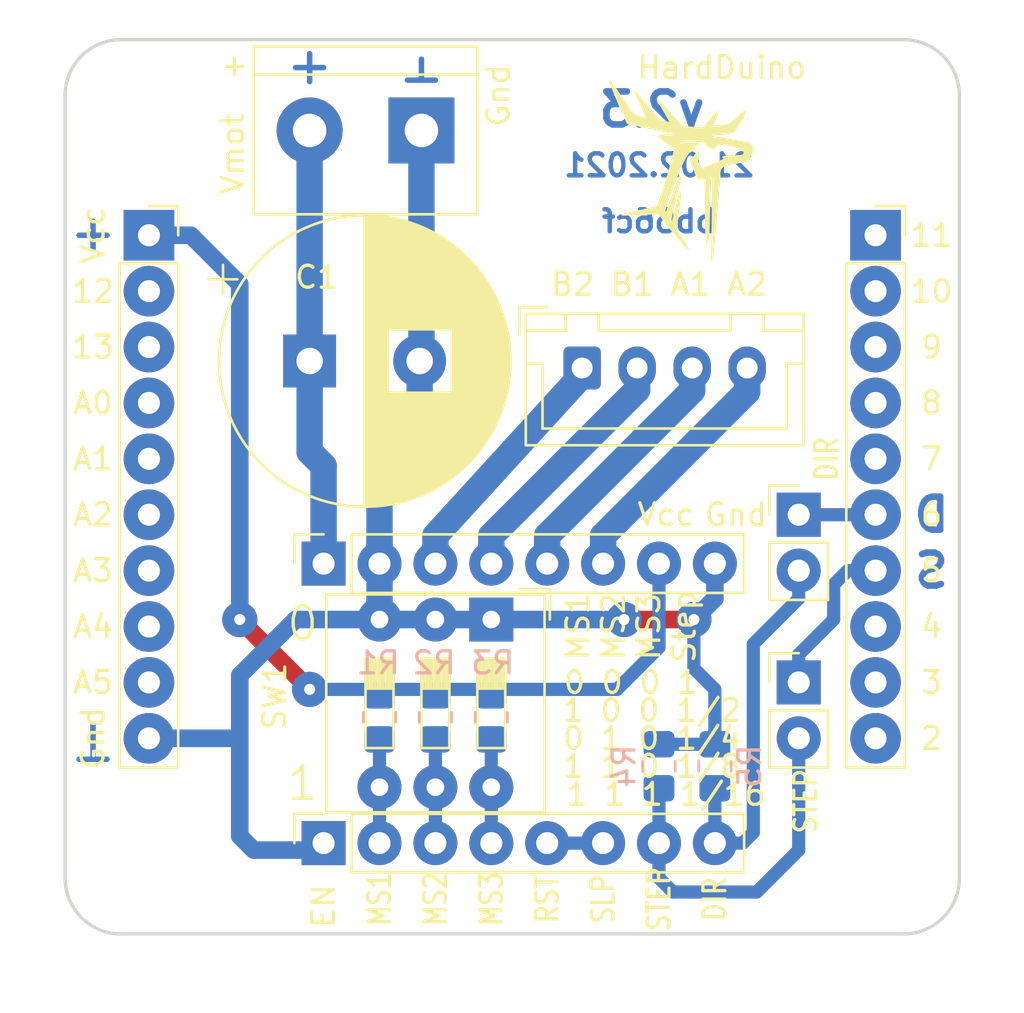
<source format=kicad_pcb>
(kicad_pcb (version 20171130) (host pcbnew "(5.1.8)-1")

  (general
    (thickness 1.6)
    (drawings 57)
    (tracks 78)
    (zones 0)
    (modules 19)
    (nets 32)
  )

  (page A4)
  (layers
    (0 F.Cu signal)
    (31 B.Cu signal)
    (32 B.Adhes user)
    (33 F.Adhes user)
    (34 B.Paste user)
    (35 F.Paste user)
    (36 B.SilkS user)
    (37 F.SilkS user)
    (38 B.Mask user)
    (39 F.Mask user)
    (40 Dwgs.User user)
    (41 Cmts.User user)
    (42 Eco1.User user)
    (43 Eco2.User user)
    (44 Edge.Cuts user)
    (45 Margin user)
    (46 B.CrtYd user)
    (47 F.CrtYd user)
    (48 B.Fab user)
    (49 F.Fab user)
  )

  (setup
    (last_trace_width 0.6)
    (user_trace_width 0.6)
    (user_trace_width 0.8)
    (user_trace_width 1.2)
    (trace_clearance 0.2)
    (zone_clearance 0.508)
    (zone_45_only no)
    (trace_min 0.2)
    (via_size 0.8)
    (via_drill 0.4)
    (via_min_size 0.4)
    (via_min_drill 0.3)
    (user_via 1.6 0.5)
    (user_via 1.6 0.9)
    (uvia_size 0.3)
    (uvia_drill 0.1)
    (uvias_allowed no)
    (uvia_min_size 0.2)
    (uvia_min_drill 0.1)
    (edge_width 0.05)
    (segment_width 0.2)
    (pcb_text_width 0.3)
    (pcb_text_size 1.5 1.5)
    (mod_edge_width 0.12)
    (mod_text_size 1 1)
    (mod_text_width 0.15)
    (pad_size 2 2)
    (pad_drill 1)
    (pad_to_mask_clearance 0.051)
    (solder_mask_min_width 0.1)
    (aux_axis_origin 0 0)
    (visible_elements 7FFFFFFF)
    (pcbplotparams
      (layerselection 0x010f0_ffffffff)
      (usegerberextensions false)
      (usegerberattributes false)
      (usegerberadvancedattributes false)
      (creategerberjobfile false)
      (excludeedgelayer true)
      (linewidth 0.100000)
      (plotframeref false)
      (viasonmask false)
      (mode 1)
      (useauxorigin false)
      (hpglpennumber 1)
      (hpglpenspeed 20)
      (hpglpendiameter 15.000000)
      (psnegative false)
      (psa4output false)
      (plotreference true)
      (plotvalue true)
      (plotinvisibletext false)
      (padsonsilk false)
      (subtractmaskfromsilk false)
      (outputformat 1)
      (mirror false)
      (drillshape 0)
      (scaleselection 1)
      (outputdirectory "gerber/"))
  )

  (net 0 "")
  (net 1 VCC)
  (net 2 /12)
  (net 3 /13)
  (net 4 /A0)
  (net 5 /A1)
  (net 6 /A2)
  (net 7 /A3)
  (net 8 /A4)
  (net 9 /A5)
  (net 10 GND)
  (net 11 /2)
  (net 12 /3)
  (net 13 /4)
  (net 14 /5)
  (net 15 /6)
  (net 16 /7)
  (net 17 /8)
  (net 18 /9)
  (net 19 /10)
  (net 20 /11)
  (net 21 /VMOT)
  (net 22 /MS1)
  (net 23 /MS2)
  (net 24 /RST)
  (net 25 /MA2)
  (net 26 /MA1)
  (net 27 /MB1)
  (net 28 /MB2)
  (net 29 /MS3)
  (net 30 /STEP)
  (net 31 /DIR)

  (net_class Default "Это класс цепей по умолчанию."
    (clearance 0.2)
    (trace_width 0.25)
    (via_dia 0.8)
    (via_drill 0.4)
    (uvia_dia 0.3)
    (uvia_drill 0.1)
    (add_net /10)
    (add_net /11)
    (add_net /12)
    (add_net /13)
    (add_net /2)
    (add_net /3)
    (add_net /4)
    (add_net /5)
    (add_net /6)
    (add_net /7)
    (add_net /8)
    (add_net /9)
    (add_net /A0)
    (add_net /A1)
    (add_net /A2)
    (add_net /A3)
    (add_net /A4)
    (add_net /A5)
    (add_net /DIR)
    (add_net /MA1)
    (add_net /MA2)
    (add_net /MB1)
    (add_net /MB2)
    (add_net /MS1)
    (add_net /MS2)
    (add_net /MS3)
    (add_net /RST)
    (add_net /STEP)
    (add_net /VMOT)
    (add_net GND)
    (add_net VCC)
  )

  (module Resistor_SMD:R_0805_2012Metric_Pad1.20x1.40mm_HandSolder (layer B.Cu) (tedit 5F68FEEE) (tstamp 6032A1E3)
    (at 118.4275 83.82 90)
    (descr "Resistor SMD 0805 (2012 Metric), square (rectangular) end terminal, IPC_7351 nominal with elongated pad for handsoldering. (Body size source: IPC-SM-782 page 72, https://www.pcb-3d.com/wordpress/wp-content/uploads/ipc-sm-782a_amendment_1_and_2.pdf), generated with kicad-footprint-generator")
    (tags "resistor handsolder")
    (path /6032F8CD)
    (attr smd)
    (fp_text reference R5 (at 0 1.5875 270) (layer B.SilkS)
      (effects (font (size 1 1) (thickness 0.15)) (justify mirror))
    )
    (fp_text value 10k (at 0 -1.65 270) (layer B.Fab)
      (effects (font (size 1 1) (thickness 0.15)) (justify mirror))
    )
    (fp_text user %R (at 0 0 270) (layer B.Fab)
      (effects (font (size 0.5 0.5) (thickness 0.08)) (justify mirror))
    )
    (fp_line (start -1 -0.625) (end -1 0.625) (layer B.Fab) (width 0.1))
    (fp_line (start -1 0.625) (end 1 0.625) (layer B.Fab) (width 0.1))
    (fp_line (start 1 0.625) (end 1 -0.625) (layer B.Fab) (width 0.1))
    (fp_line (start 1 -0.625) (end -1 -0.625) (layer B.Fab) (width 0.1))
    (fp_line (start -0.227064 0.735) (end 0.227064 0.735) (layer B.SilkS) (width 0.12))
    (fp_line (start -0.227064 -0.735) (end 0.227064 -0.735) (layer B.SilkS) (width 0.12))
    (fp_line (start -1.85 -0.95) (end -1.85 0.95) (layer B.CrtYd) (width 0.05))
    (fp_line (start -1.85 0.95) (end 1.85 0.95) (layer B.CrtYd) (width 0.05))
    (fp_line (start 1.85 0.95) (end 1.85 -0.95) (layer B.CrtYd) (width 0.05))
    (fp_line (start 1.85 -0.95) (end -1.85 -0.95) (layer B.CrtYd) (width 0.05))
    (pad 2 smd roundrect (at 1 0 90) (size 1.2 1.4) (layers B.Cu B.Paste B.Mask) (roundrect_rratio 0.208333)
      (net 10 GND))
    (pad 1 smd roundrect (at -1 0 90) (size 1.2 1.4) (layers B.Cu B.Paste B.Mask) (roundrect_rratio 0.208333)
      (net 31 /DIR))
    (model ${KISYS3DMOD}/Resistor_SMD.3dshapes/R_0805_2012Metric.wrl
      (at (xyz 0 0 0))
      (scale (xyz 1 1 1))
      (rotate (xyz 0 0 0))
    )
  )

  (module Resistor_SMD:R_0805_2012Metric_Pad1.20x1.40mm_HandSolder (layer B.Cu) (tedit 5F68FEEE) (tstamp 6032A1D2)
    (at 115.8875 83.82 90)
    (descr "Resistor SMD 0805 (2012 Metric), square (rectangular) end terminal, IPC_7351 nominal with elongated pad for handsoldering. (Body size source: IPC-SM-782 page 72, https://www.pcb-3d.com/wordpress/wp-content/uploads/ipc-sm-782a_amendment_1_and_2.pdf), generated with kicad-footprint-generator")
    (tags "resistor handsolder")
    (path /60331332)
    (attr smd)
    (fp_text reference R4 (at 0 -1.5875 90) (layer B.SilkS)
      (effects (font (size 1 1) (thickness 0.15)) (justify mirror))
    )
    (fp_text value 10k (at 0 -1.65 90) (layer B.Fab)
      (effects (font (size 1 1) (thickness 0.15)) (justify mirror))
    )
    (fp_text user %R (at 0 0 90) (layer B.Fab)
      (effects (font (size 0.5 0.5) (thickness 0.08)) (justify mirror))
    )
    (fp_line (start -1 -0.625) (end -1 0.625) (layer B.Fab) (width 0.1))
    (fp_line (start -1 0.625) (end 1 0.625) (layer B.Fab) (width 0.1))
    (fp_line (start 1 0.625) (end 1 -0.625) (layer B.Fab) (width 0.1))
    (fp_line (start 1 -0.625) (end -1 -0.625) (layer B.Fab) (width 0.1))
    (fp_line (start -0.227064 0.735) (end 0.227064 0.735) (layer B.SilkS) (width 0.12))
    (fp_line (start -0.227064 -0.735) (end 0.227064 -0.735) (layer B.SilkS) (width 0.12))
    (fp_line (start -1.85 -0.95) (end -1.85 0.95) (layer B.CrtYd) (width 0.05))
    (fp_line (start -1.85 0.95) (end 1.85 0.95) (layer B.CrtYd) (width 0.05))
    (fp_line (start 1.85 0.95) (end 1.85 -0.95) (layer B.CrtYd) (width 0.05))
    (fp_line (start 1.85 -0.95) (end -1.85 -0.95) (layer B.CrtYd) (width 0.05))
    (pad 2 smd roundrect (at 1 0 90) (size 1.2 1.4) (layers B.Cu B.Paste B.Mask) (roundrect_rratio 0.208333)
      (net 10 GND))
    (pad 1 smd roundrect (at -1 0 90) (size 1.2 1.4) (layers B.Cu B.Paste B.Mask) (roundrect_rratio 0.208333)
      (net 30 /STEP))
    (model ${KISYS3DMOD}/Resistor_SMD.3dshapes/R_0805_2012Metric.wrl
      (at (xyz 0 0 0))
      (scale (xyz 1 1 1))
      (rotate (xyz 0 0 0))
    )
  )

  (module Resistor_SMD:R_0805_2012Metric_Pad1.20x1.40mm_HandSolder (layer B.Cu) (tedit 5F68FEEE) (tstamp 5FC088C8)
    (at 108.2675 81.5975 270)
    (descr "Resistor SMD 0805 (2012 Metric), square (rectangular) end terminal, IPC_7351 nominal with elongated pad for handsoldering. (Body size source: IPC-SM-782 page 72, https://www.pcb-3d.com/wordpress/wp-content/uploads/ipc-sm-782a_amendment_1_and_2.pdf), generated with kicad-footprint-generator")
    (tags "resistor handsolder")
    (path /5FC1F626)
    (attr smd)
    (fp_text reference R3 (at -2.4765 -0.0635 180) (layer B.SilkS)
      (effects (font (size 1 1) (thickness 0.15)) (justify mirror))
    )
    (fp_text value 10k (at 0 -1.65 90) (layer B.Fab)
      (effects (font (size 1 1) (thickness 0.15)) (justify mirror))
    )
    (fp_text user %R (at 0 0 90) (layer B.Fab)
      (effects (font (size 0.5 0.5) (thickness 0.08)) (justify mirror))
    )
    (fp_line (start -1 -0.625) (end -1 0.625) (layer B.Fab) (width 0.1))
    (fp_line (start -1 0.625) (end 1 0.625) (layer B.Fab) (width 0.1))
    (fp_line (start 1 0.625) (end 1 -0.625) (layer B.Fab) (width 0.1))
    (fp_line (start 1 -0.625) (end -1 -0.625) (layer B.Fab) (width 0.1))
    (fp_line (start -0.227064 0.735) (end 0.227064 0.735) (layer B.SilkS) (width 0.12))
    (fp_line (start -0.227064 -0.735) (end 0.227064 -0.735) (layer B.SilkS) (width 0.12))
    (fp_line (start -1.85 -0.95) (end -1.85 0.95) (layer B.CrtYd) (width 0.05))
    (fp_line (start -1.85 0.95) (end 1.85 0.95) (layer B.CrtYd) (width 0.05))
    (fp_line (start 1.85 0.95) (end 1.85 -0.95) (layer B.CrtYd) (width 0.05))
    (fp_line (start 1.85 -0.95) (end -1.85 -0.95) (layer B.CrtYd) (width 0.05))
    (pad 2 smd roundrect (at 1 0 270) (size 1.2 1.4) (layers B.Cu B.Paste B.Mask) (roundrect_rratio 0.208333)
      (net 29 /MS3))
    (pad 1 smd roundrect (at -1 0 270) (size 1.2 1.4) (layers B.Cu B.Paste B.Mask) (roundrect_rratio 0.208333)
      (net 1 VCC))
    (model ${KISYS3DMOD}/Resistor_SMD.3dshapes/R_0805_2012Metric.wrl
      (at (xyz 0 0 0))
      (scale (xyz 1 1 1))
      (rotate (xyz 0 0 0))
    )
  )

  (module Resistor_SMD:R_0805_2012Metric_Pad1.20x1.40mm_HandSolder (layer B.Cu) (tedit 5F68FEEE) (tstamp 5FC088B7)
    (at 105.7275 81.5975 270)
    (descr "Resistor SMD 0805 (2012 Metric), square (rectangular) end terminal, IPC_7351 nominal with elongated pad for handsoldering. (Body size source: IPC-SM-782 page 72, https://www.pcb-3d.com/wordpress/wp-content/uploads/ipc-sm-782a_amendment_1_and_2.pdf), generated with kicad-footprint-generator")
    (tags "resistor handsolder")
    (path /5FC1F37B)
    (attr smd)
    (fp_text reference R2 (at -2.4765 0.0635 180) (layer B.SilkS)
      (effects (font (size 1 1) (thickness 0.15)) (justify mirror))
    )
    (fp_text value 10k (at 0 -1.65 90) (layer B.Fab)
      (effects (font (size 1 1) (thickness 0.15)) (justify mirror))
    )
    (fp_text user %R (at 0 0 90) (layer B.Fab)
      (effects (font (size 0.5 0.5) (thickness 0.08)) (justify mirror))
    )
    (fp_line (start -1 -0.625) (end -1 0.625) (layer B.Fab) (width 0.1))
    (fp_line (start -1 0.625) (end 1 0.625) (layer B.Fab) (width 0.1))
    (fp_line (start 1 0.625) (end 1 -0.625) (layer B.Fab) (width 0.1))
    (fp_line (start 1 -0.625) (end -1 -0.625) (layer B.Fab) (width 0.1))
    (fp_line (start -0.227064 0.735) (end 0.227064 0.735) (layer B.SilkS) (width 0.12))
    (fp_line (start -0.227064 -0.735) (end 0.227064 -0.735) (layer B.SilkS) (width 0.12))
    (fp_line (start -1.85 -0.95) (end -1.85 0.95) (layer B.CrtYd) (width 0.05))
    (fp_line (start -1.85 0.95) (end 1.85 0.95) (layer B.CrtYd) (width 0.05))
    (fp_line (start 1.85 0.95) (end 1.85 -0.95) (layer B.CrtYd) (width 0.05))
    (fp_line (start 1.85 -0.95) (end -1.85 -0.95) (layer B.CrtYd) (width 0.05))
    (pad 2 smd roundrect (at 1 0 270) (size 1.2 1.4) (layers B.Cu B.Paste B.Mask) (roundrect_rratio 0.208333)
      (net 23 /MS2))
    (pad 1 smd roundrect (at -1 0 270) (size 1.2 1.4) (layers B.Cu B.Paste B.Mask) (roundrect_rratio 0.208333)
      (net 1 VCC))
    (model ${KISYS3DMOD}/Resistor_SMD.3dshapes/R_0805_2012Metric.wrl
      (at (xyz 0 0 0))
      (scale (xyz 1 1 1))
      (rotate (xyz 0 0 0))
    )
  )

  (module Resistor_SMD:R_0805_2012Metric_Pad1.20x1.40mm_HandSolder (layer B.Cu) (tedit 5F68FEEE) (tstamp 5FC088A6)
    (at 103.1875 81.5975 270)
    (descr "Resistor SMD 0805 (2012 Metric), square (rectangular) end terminal, IPC_7351 nominal with elongated pad for handsoldering. (Body size source: IPC-SM-782 page 72, https://www.pcb-3d.com/wordpress/wp-content/uploads/ipc-sm-782a_amendment_1_and_2.pdf), generated with kicad-footprint-generator")
    (tags "resistor handsolder")
    (path /5FC1E3CD)
    (attr smd)
    (fp_text reference R1 (at -2.4765 0.0635 180) (layer B.SilkS)
      (effects (font (size 1 1) (thickness 0.15)) (justify mirror))
    )
    (fp_text value 10k (at 0 -1.65 90) (layer B.Fab)
      (effects (font (size 1 1) (thickness 0.15)) (justify mirror))
    )
    (fp_text user %R (at 0 0 90) (layer B.Fab)
      (effects (font (size 0.5 0.5) (thickness 0.08)) (justify mirror))
    )
    (fp_line (start -1 -0.625) (end -1 0.625) (layer B.Fab) (width 0.1))
    (fp_line (start -1 0.625) (end 1 0.625) (layer B.Fab) (width 0.1))
    (fp_line (start 1 0.625) (end 1 -0.625) (layer B.Fab) (width 0.1))
    (fp_line (start 1 -0.625) (end -1 -0.625) (layer B.Fab) (width 0.1))
    (fp_line (start -0.227064 0.735) (end 0.227064 0.735) (layer B.SilkS) (width 0.12))
    (fp_line (start -0.227064 -0.735) (end 0.227064 -0.735) (layer B.SilkS) (width 0.12))
    (fp_line (start -1.85 -0.95) (end -1.85 0.95) (layer B.CrtYd) (width 0.05))
    (fp_line (start -1.85 0.95) (end 1.85 0.95) (layer B.CrtYd) (width 0.05))
    (fp_line (start 1.85 0.95) (end 1.85 -0.95) (layer B.CrtYd) (width 0.05))
    (fp_line (start 1.85 -0.95) (end -1.85 -0.95) (layer B.CrtYd) (width 0.05))
    (pad 2 smd roundrect (at 1 0 270) (size 1.2 1.4) (layers B.Cu B.Paste B.Mask) (roundrect_rratio 0.208333)
      (net 22 /MS1))
    (pad 1 smd roundrect (at -1 0 270) (size 1.2 1.4) (layers B.Cu B.Paste B.Mask) (roundrect_rratio 0.208333)
      (net 1 VCC))
    (model ${KISYS3DMOD}/Resistor_SMD.3dshapes/R_0805_2012Metric.wrl
      (at (xyz 0 0 0))
      (scale (xyz 1 1 1))
      (rotate (xyz 0 0 0))
    )
  )

  (module Connector_PinHeader_2.54mm:PinHeader_1x02_P2.54mm_Vertical (layer F.Cu) (tedit 60329924) (tstamp 6032A191)
    (at 122.2375 72.39)
    (descr "Through hole straight pin header, 1x02, 2.54mm pitch, single row")
    (tags "Through hole pin header THT 1x02 2.54mm single row")
    (path /6032BDE6)
    (fp_text reference JP2 (at 0 -2.33) (layer F.SilkS) hide
      (effects (font (size 1 1) (thickness 0.15)))
    )
    (fp_text value Jumper (at 0 4.87) (layer F.Fab)
      (effects (font (size 1 1) (thickness 0.15)))
    )
    (fp_text user %R (at 0 1.27 90) (layer F.Fab)
      (effects (font (size 1 1) (thickness 0.15)))
    )
    (fp_line (start -0.635 -1.27) (end 1.27 -1.27) (layer F.Fab) (width 0.1))
    (fp_line (start 1.27 -1.27) (end 1.27 3.81) (layer F.Fab) (width 0.1))
    (fp_line (start 1.27 3.81) (end -1.27 3.81) (layer F.Fab) (width 0.1))
    (fp_line (start -1.27 3.81) (end -1.27 -0.635) (layer F.Fab) (width 0.1))
    (fp_line (start -1.27 -0.635) (end -0.635 -1.27) (layer F.Fab) (width 0.1))
    (fp_line (start -1.33 3.87) (end 1.33 3.87) (layer F.SilkS) (width 0.12))
    (fp_line (start -1.33 1.27) (end -1.33 3.87) (layer F.SilkS) (width 0.12))
    (fp_line (start 1.33 1.27) (end 1.33 3.87) (layer F.SilkS) (width 0.12))
    (fp_line (start -1.33 1.27) (end 1.33 1.27) (layer F.SilkS) (width 0.12))
    (fp_line (start -1.33 0) (end -1.33 -1.33) (layer F.SilkS) (width 0.12))
    (fp_line (start -1.33 -1.33) (end 0 -1.33) (layer F.SilkS) (width 0.12))
    (fp_line (start -1.8 -1.8) (end -1.8 4.35) (layer F.CrtYd) (width 0.05))
    (fp_line (start -1.8 4.35) (end 1.8 4.35) (layer F.CrtYd) (width 0.05))
    (fp_line (start 1.8 4.35) (end 1.8 -1.8) (layer F.CrtYd) (width 0.05))
    (fp_line (start 1.8 -1.8) (end -1.8 -1.8) (layer F.CrtYd) (width 0.05))
    (pad 2 thru_hole oval (at 0 2.54) (size 2 2) (drill 1) (layers *.Cu *.Mask)
      (net 31 /DIR))
    (pad 1 thru_hole rect (at 0 0) (size 2 2) (drill 1) (layers *.Cu *.Mask)
      (net 15 /6))
    (model ${KISYS3DMOD}/Connector_PinHeader_2.54mm.3dshapes/PinHeader_1x02_P2.54mm_Vertical.wrl
      (at (xyz 0 0 0))
      (scale (xyz 1 1 1))
      (rotate (xyz 0 0 0))
    )
  )

  (module Connector_PinHeader_2.54mm:PinHeader_1x02_P2.54mm_Vertical (layer F.Cu) (tedit 60329932) (tstamp 6032A17B)
    (at 122.2375 80.01)
    (descr "Through hole straight pin header, 1x02, 2.54mm pitch, single row")
    (tags "Through hole pin header THT 1x02 2.54mm single row")
    (path /6032ADEA)
    (fp_text reference JP1 (at 0 4.7625) (layer F.SilkS) hide
      (effects (font (size 1 1) (thickness 0.15)))
    )
    (fp_text value Jumper (at 0 4.87) (layer F.Fab)
      (effects (font (size 1 1) (thickness 0.15)))
    )
    (fp_text user %R (at 0 1.27 90) (layer F.Fab)
      (effects (font (size 1 1) (thickness 0.15)))
    )
    (fp_line (start -0.635 -1.27) (end 1.27 -1.27) (layer F.Fab) (width 0.1))
    (fp_line (start 1.27 -1.27) (end 1.27 3.81) (layer F.Fab) (width 0.1))
    (fp_line (start 1.27 3.81) (end -1.27 3.81) (layer F.Fab) (width 0.1))
    (fp_line (start -1.27 3.81) (end -1.27 -0.635) (layer F.Fab) (width 0.1))
    (fp_line (start -1.27 -0.635) (end -0.635 -1.27) (layer F.Fab) (width 0.1))
    (fp_line (start -1.33 3.87) (end 1.33 3.87) (layer F.SilkS) (width 0.12))
    (fp_line (start -1.33 1.27) (end -1.33 3.87) (layer F.SilkS) (width 0.12))
    (fp_line (start 1.33 1.27) (end 1.33 3.87) (layer F.SilkS) (width 0.12))
    (fp_line (start -1.33 1.27) (end 1.33 1.27) (layer F.SilkS) (width 0.12))
    (fp_line (start -1.33 0) (end -1.33 -1.33) (layer F.SilkS) (width 0.12))
    (fp_line (start -1.33 -1.33) (end 0 -1.33) (layer F.SilkS) (width 0.12))
    (fp_line (start -1.8 -1.8) (end -1.8 4.35) (layer F.CrtYd) (width 0.05))
    (fp_line (start -1.8 4.35) (end 1.8 4.35) (layer F.CrtYd) (width 0.05))
    (fp_line (start 1.8 4.35) (end 1.8 -1.8) (layer F.CrtYd) (width 0.05))
    (fp_line (start 1.8 -1.8) (end -1.8 -1.8) (layer F.CrtYd) (width 0.05))
    (pad 2 thru_hole oval (at 0 2.54) (size 2 2) (drill 1) (layers *.Cu *.Mask)
      (net 30 /STEP))
    (pad 1 thru_hole rect (at 0 0) (size 2 2) (drill 1) (layers *.Cu *.Mask)
      (net 14 /5))
    (model ${KISYS3DMOD}/Connector_PinHeader_2.54mm.3dshapes/PinHeader_1x02_P2.54mm_Vertical.wrl
      (at (xyz 0 0 0))
      (scale (xyz 1 1 1))
      (rotate (xyz 0 0 0))
    )
  )

  (module MountingHole:MountingHole_3.2mm_M3 (layer F.Cu) (tedit 56D1B4CB) (tstamp 5D79781E)
    (at 92.075 53.975)
    (descr "Mounting Hole 3.2mm, no annular, M3")
    (tags "mounting hole 3.2mm no annular m3")
    (path /5D791BF4)
    (attr virtual)
    (fp_text reference H1 (at -3.81 -4.2) (layer F.SilkS) hide
      (effects (font (size 1 1) (thickness 0.15)))
    )
    (fp_text value MountingHole (at 2.54 -5.08) (layer F.Fab) hide
      (effects (font (size 1 1) (thickness 0.15)))
    )
    (fp_circle (center 0 0) (end 3.2 0) (layer Cmts.User) (width 0.15))
    (fp_circle (center 0 0) (end 3.45 0) (layer F.CrtYd) (width 0.05))
    (fp_text user %R (at 0.3 0) (layer F.Fab)
      (effects (font (size 1 1) (thickness 0.15)))
    )
    (pad 1 np_thru_hole circle (at 0 0) (size 3.2 3.2) (drill 3.2) (layers *.Cu *.Mask))
  )

  (module MountingHole:MountingHole_3.2mm_M3 (layer F.Cu) (tedit 56D1B4CB) (tstamp 5D797826)
    (at 92.075 88.265)
    (descr "Mounting Hole 3.2mm, no annular, M3")
    (tags "mounting hole 3.2mm no annular m3")
    (path /5D793188)
    (attr virtual)
    (fp_text reference H2 (at -3.81 3.81) (layer F.SilkS) hide
      (effects (font (size 1 1) (thickness 0.15)))
    )
    (fp_text value MountingHole (at 3.81 5.08) (layer F.Fab) hide
      (effects (font (size 1 1) (thickness 0.15)))
    )
    (fp_circle (center 0 0) (end 3.45 0) (layer F.CrtYd) (width 0.05))
    (fp_circle (center 0 0) (end 3.2 0) (layer Cmts.User) (width 0.15))
    (fp_text user %R (at 0.3 0) (layer F.Fab)
      (effects (font (size 1 1) (thickness 0.15)))
    )
    (pad 1 np_thru_hole circle (at 0 0) (size 3.2 3.2) (drill 3.2) (layers *.Cu *.Mask))
  )

  (module MountingHole:MountingHole_3.2mm_M3 (layer F.Cu) (tedit 56D1B4CB) (tstamp 5D79782E)
    (at 126.365 53.975)
    (descr "Mounting Hole 3.2mm, no annular, M3")
    (tags "mounting hole 3.2mm no annular m3")
    (path /5D793224)
    (attr virtual)
    (fp_text reference H3 (at 3.81 -3.81) (layer F.SilkS) hide
      (effects (font (size 1 1) (thickness 0.15)))
    )
    (fp_text value MountingHole (at -2.54 -5.08) (layer F.Fab) hide
      (effects (font (size 1 1) (thickness 0.15)))
    )
    (fp_circle (center 0 0) (end 3.2 0) (layer Cmts.User) (width 0.15))
    (fp_circle (center 0 0) (end 3.45 0) (layer F.CrtYd) (width 0.05))
    (fp_text user %R (at 0.3 0) (layer F.Fab)
      (effects (font (size 1 1) (thickness 0.15)))
    )
    (pad 1 np_thru_hole circle (at 0 0) (size 3.2 3.2) (drill 3.2) (layers *.Cu *.Mask))
  )

  (module MountingHole:MountingHole_3.2mm_M3 (layer F.Cu) (tedit 56D1B4CB) (tstamp 5D797836)
    (at 126.365 88.265)
    (descr "Mounting Hole 3.2mm, no annular, M3")
    (tags "mounting hole 3.2mm no annular m3")
    (path /5D7932CC)
    (attr virtual)
    (fp_text reference H4 (at 3.81 3.81) (layer F.SilkS) hide
      (effects (font (size 1 1) (thickness 0.15)))
    )
    (fp_text value MountingHole (at -5.08 5.08) (layer F.Fab) hide
      (effects (font (size 1 1) (thickness 0.15)))
    )
    (fp_circle (center 0 0) (end 3.45 0) (layer F.CrtYd) (width 0.05))
    (fp_circle (center 0 0) (end 3.2 0) (layer Cmts.User) (width 0.15))
    (fp_text user %R (at 0 0) (layer F.Fab)
      (effects (font (size 1 1) (thickness 0.15)))
    )
    (pad 1 np_thru_hole circle (at 0 0) (size 3.2 3.2) (drill 3.2) (layers *.Cu *.Mask))
  )

  (module Connector_PinSocket_2.54mm:PinSocket_1x10_P2.54mm_Vertical (layer F.Cu) (tedit 5E9C7D65) (tstamp 5E7BED97)
    (at 92.71 59.69)
    (descr "Through hole straight socket strip, 1x10, 2.54mm pitch, single row (from Kicad 4.0.7), script generated")
    (tags "Through hole socket strip THT 1x10 2.54mm single row")
    (path /5E7C174E)
    (fp_text reference J1 (at -2.8575 -1.905) (layer F.SilkS) hide
      (effects (font (size 1 1) (thickness 0.15)))
    )
    (fp_text value Conn_01x10_Male (at 0 25.63) (layer F.Fab)
      (effects (font (size 1 1) (thickness 0.15)))
    )
    (fp_line (start -1.8 24.6) (end -1.8 -1.8) (layer F.CrtYd) (width 0.05))
    (fp_line (start 1.75 24.6) (end -1.8 24.6) (layer F.CrtYd) (width 0.05))
    (fp_line (start 1.75 -1.8) (end 1.75 24.6) (layer F.CrtYd) (width 0.05))
    (fp_line (start -1.8 -1.8) (end 1.75 -1.8) (layer F.CrtYd) (width 0.05))
    (fp_line (start 0 -1.33) (end 1.33 -1.33) (layer F.SilkS) (width 0.12))
    (fp_line (start 1.33 -1.33) (end 1.33 0) (layer F.SilkS) (width 0.12))
    (fp_line (start 1.33 1.27) (end 1.33 24.19) (layer F.SilkS) (width 0.12))
    (fp_line (start -1.33 24.19) (end 1.33 24.19) (layer F.SilkS) (width 0.12))
    (fp_line (start -1.33 1.27) (end -1.33 24.19) (layer F.SilkS) (width 0.12))
    (fp_line (start -1.33 1.27) (end 1.33 1.27) (layer F.SilkS) (width 0.12))
    (fp_line (start -1.27 24.13) (end -1.27 -1.27) (layer F.Fab) (width 0.1))
    (fp_line (start 1.27 24.13) (end -1.27 24.13) (layer F.Fab) (width 0.1))
    (fp_line (start 1.27 -0.635) (end 1.27 24.13) (layer F.Fab) (width 0.1))
    (fp_line (start 0.635 -1.27) (end 1.27 -0.635) (layer F.Fab) (width 0.1))
    (fp_line (start -1.27 -1.27) (end 0.635 -1.27) (layer F.Fab) (width 0.1))
    (fp_text user %R (at 0 11.43 90) (layer F.Fab)
      (effects (font (size 1 1) (thickness 0.15)))
    )
    (pad 1 thru_hole rect (at 0 0) (size 2.3 2.3) (drill 1) (layers *.Cu *.Mask)
      (net 1 VCC))
    (pad 2 thru_hole oval (at 0 2.54) (size 2.3 2.3) (drill 1) (layers *.Cu *.Mask)
      (net 2 /12))
    (pad 3 thru_hole oval (at 0 5.08) (size 2.3 2.3) (drill 1) (layers *.Cu *.Mask)
      (net 3 /13))
    (pad 4 thru_hole oval (at 0 7.62) (size 2.3 2.3) (drill 1) (layers *.Cu *.Mask)
      (net 4 /A0))
    (pad 5 thru_hole oval (at 0 10.16) (size 2.3 2.3) (drill 1) (layers *.Cu *.Mask)
      (net 5 /A1))
    (pad 6 thru_hole oval (at 0 12.7) (size 2.3 2.3) (drill 1) (layers *.Cu *.Mask)
      (net 6 /A2))
    (pad 7 thru_hole oval (at 0 15.24) (size 2.3 2.3) (drill 1) (layers *.Cu *.Mask)
      (net 7 /A3))
    (pad 8 thru_hole oval (at 0 17.78) (size 2.3 2.3) (drill 1) (layers *.Cu *.Mask)
      (net 8 /A4))
    (pad 9 thru_hole oval (at 0 20.32) (size 2.3 2.3) (drill 1) (layers *.Cu *.Mask)
      (net 9 /A5))
    (pad 10 thru_hole oval (at 0 22.86) (size 2.3 2.3) (drill 1) (layers *.Cu *.Mask)
      (net 10 GND))
    (model ${KISYS3DMOD}/Connector_PinSocket_2.54mm.3dshapes/PinSocket_1x10_P2.54mm_Vertical.wrl
      (at (xyz 0 0 0))
      (scale (xyz 1 1 1))
      (rotate (xyz 0 0 0))
    )
  )

  (module Connector_PinSocket_2.54mm:PinSocket_1x10_P2.54mm_Vertical (layer F.Cu) (tedit 5E9C7DAC) (tstamp 5E7BEDB5)
    (at 125.73 59.69)
    (descr "Through hole straight socket strip, 1x10, 2.54mm pitch, single row (from Kicad 4.0.7), script generated")
    (tags "Through hole socket strip THT 1x10 2.54mm single row")
    (path /5E7C1FC2)
    (fp_text reference J2 (at 2.8575 -1.905) (layer F.SilkS) hide
      (effects (font (size 1 1) (thickness 0.15)))
    )
    (fp_text value Conn_01x10_Male (at 0 25.63) (layer F.Fab)
      (effects (font (size 1 1) (thickness 0.15)))
    )
    (fp_line (start -1.27 -1.27) (end 0.635 -1.27) (layer F.Fab) (width 0.1))
    (fp_line (start 0.635 -1.27) (end 1.27 -0.635) (layer F.Fab) (width 0.1))
    (fp_line (start 1.27 -0.635) (end 1.27 24.13) (layer F.Fab) (width 0.1))
    (fp_line (start 1.27 24.13) (end -1.27 24.13) (layer F.Fab) (width 0.1))
    (fp_line (start -1.27 24.13) (end -1.27 -1.27) (layer F.Fab) (width 0.1))
    (fp_line (start -1.33 1.27) (end 1.33 1.27) (layer F.SilkS) (width 0.12))
    (fp_line (start -1.33 1.27) (end -1.33 24.19) (layer F.SilkS) (width 0.12))
    (fp_line (start -1.33 24.19) (end 1.33 24.19) (layer F.SilkS) (width 0.12))
    (fp_line (start 1.33 1.27) (end 1.33 24.19) (layer F.SilkS) (width 0.12))
    (fp_line (start 1.33 -1.33) (end 1.33 0) (layer F.SilkS) (width 0.12))
    (fp_line (start 0 -1.33) (end 1.33 -1.33) (layer F.SilkS) (width 0.12))
    (fp_line (start -1.8 -1.8) (end 1.75 -1.8) (layer F.CrtYd) (width 0.05))
    (fp_line (start 1.75 -1.8) (end 1.75 24.6) (layer F.CrtYd) (width 0.05))
    (fp_line (start 1.75 24.6) (end -1.8 24.6) (layer F.CrtYd) (width 0.05))
    (fp_line (start -1.8 24.6) (end -1.8 -1.8) (layer F.CrtYd) (width 0.05))
    (fp_text user %R (at 0 11.43 90) (layer F.Fab)
      (effects (font (size 1 1) (thickness 0.15)))
    )
    (pad 10 thru_hole oval (at 0 22.86) (size 2.3 2.3) (drill 1) (layers *.Cu *.Mask)
      (net 11 /2))
    (pad 9 thru_hole oval (at 0 20.32) (size 2.3 2.3) (drill 1) (layers *.Cu *.Mask)
      (net 12 /3))
    (pad 8 thru_hole oval (at 0 17.78) (size 2.3 2.3) (drill 1) (layers *.Cu *.Mask)
      (net 13 /4))
    (pad 7 thru_hole oval (at 0 15.24) (size 2.3 2.3) (drill 1) (layers *.Cu *.Mask)
      (net 14 /5))
    (pad 6 thru_hole oval (at 0 12.7) (size 2.3 2.3) (drill 1) (layers *.Cu *.Mask)
      (net 15 /6))
    (pad 5 thru_hole oval (at 0 10.16) (size 2.3 2.3) (drill 1) (layers *.Cu *.Mask)
      (net 16 /7))
    (pad 4 thru_hole oval (at 0 7.62) (size 2.3 2.3) (drill 1) (layers *.Cu *.Mask)
      (net 17 /8))
    (pad 3 thru_hole oval (at 0 5.08) (size 2.3 2.3) (drill 1) (layers *.Cu *.Mask)
      (net 18 /9))
    (pad 2 thru_hole oval (at 0 2.54) (size 2.3 2.3) (drill 1) (layers *.Cu *.Mask)
      (net 19 /10))
    (pad 1 thru_hole rect (at 0 0) (size 2.3 2.3) (drill 1) (layers *.Cu *.Mask)
      (net 20 /11))
    (model ${KISYS3DMOD}/Connector_PinSocket_2.54mm.3dshapes/PinSocket_1x10_P2.54mm_Vertical.wrl
      (at (xyz 0 0 0))
      (scale (xyz 1 1 1))
      (rotate (xyz 0 0 0))
    )
  )

  (module Capacitor_THT:CP_Radial_D13.0mm_P5.00mm (layer F.Cu) (tedit 5AE50EF1) (tstamp 5FC08832)
    (at 100.0125 65.405)
    (descr "CP, Radial series, Radial, pin pitch=5.00mm, , diameter=13mm, Electrolytic Capacitor")
    (tags "CP Radial series Radial pin pitch 5.00mm  diameter 13mm Electrolytic Capacitor")
    (path /5FC101A6)
    (fp_text reference C1 (at 0.3175 -3.81) (layer F.SilkS)
      (effects (font (size 1 1) (thickness 0.15)))
    )
    (fp_text value 1000uF (at 2.5 7.75) (layer F.Fab)
      (effects (font (size 1 1) (thickness 0.15)))
    )
    (fp_line (start -3.934569 -4.365) (end -3.934569 -3.065) (layer F.SilkS) (width 0.12))
    (fp_line (start -4.584569 -3.715) (end -3.284569 -3.715) (layer F.SilkS) (width 0.12))
    (fp_line (start 9.101 -0.475) (end 9.101 0.475) (layer F.SilkS) (width 0.12))
    (fp_line (start 9.061 -0.85) (end 9.061 0.85) (layer F.SilkS) (width 0.12))
    (fp_line (start 9.021 -1.107) (end 9.021 1.107) (layer F.SilkS) (width 0.12))
    (fp_line (start 8.981 -1.315) (end 8.981 1.315) (layer F.SilkS) (width 0.12))
    (fp_line (start 8.941 -1.494) (end 8.941 1.494) (layer F.SilkS) (width 0.12))
    (fp_line (start 8.901 -1.653) (end 8.901 1.653) (layer F.SilkS) (width 0.12))
    (fp_line (start 8.861 -1.798) (end 8.861 1.798) (layer F.SilkS) (width 0.12))
    (fp_line (start 8.821 -1.931) (end 8.821 1.931) (layer F.SilkS) (width 0.12))
    (fp_line (start 8.781 -2.055) (end 8.781 2.055) (layer F.SilkS) (width 0.12))
    (fp_line (start 8.741 -2.171) (end 8.741 2.171) (layer F.SilkS) (width 0.12))
    (fp_line (start 8.701 -2.281) (end 8.701 2.281) (layer F.SilkS) (width 0.12))
    (fp_line (start 8.661 -2.385) (end 8.661 2.385) (layer F.SilkS) (width 0.12))
    (fp_line (start 8.621 -2.484) (end 8.621 2.484) (layer F.SilkS) (width 0.12))
    (fp_line (start 8.581 -2.579) (end 8.581 2.579) (layer F.SilkS) (width 0.12))
    (fp_line (start 8.541 -2.67) (end 8.541 2.67) (layer F.SilkS) (width 0.12))
    (fp_line (start 8.501 -2.758) (end 8.501 2.758) (layer F.SilkS) (width 0.12))
    (fp_line (start 8.461 -2.842) (end 8.461 2.842) (layer F.SilkS) (width 0.12))
    (fp_line (start 8.421 -2.923) (end 8.421 2.923) (layer F.SilkS) (width 0.12))
    (fp_line (start 8.381 -3.002) (end 8.381 3.002) (layer F.SilkS) (width 0.12))
    (fp_line (start 8.341 -3.078) (end 8.341 3.078) (layer F.SilkS) (width 0.12))
    (fp_line (start 8.301 -3.152) (end 8.301 3.152) (layer F.SilkS) (width 0.12))
    (fp_line (start 8.261 -3.223) (end 8.261 3.223) (layer F.SilkS) (width 0.12))
    (fp_line (start 8.221 -3.293) (end 8.221 3.293) (layer F.SilkS) (width 0.12))
    (fp_line (start 8.181 -3.361) (end 8.181 3.361) (layer F.SilkS) (width 0.12))
    (fp_line (start 8.141 -3.427) (end 8.141 3.427) (layer F.SilkS) (width 0.12))
    (fp_line (start 8.101 -3.491) (end 8.101 3.491) (layer F.SilkS) (width 0.12))
    (fp_line (start 8.061 -3.554) (end 8.061 3.554) (layer F.SilkS) (width 0.12))
    (fp_line (start 8.021 -3.615) (end 8.021 3.615) (layer F.SilkS) (width 0.12))
    (fp_line (start 7.981 -3.675) (end 7.981 3.675) (layer F.SilkS) (width 0.12))
    (fp_line (start 7.941 -3.733) (end 7.941 3.733) (layer F.SilkS) (width 0.12))
    (fp_line (start 7.901 -3.79) (end 7.901 3.79) (layer F.SilkS) (width 0.12))
    (fp_line (start 7.861 -3.846) (end 7.861 3.846) (layer F.SilkS) (width 0.12))
    (fp_line (start 7.821 -3.9) (end 7.821 3.9) (layer F.SilkS) (width 0.12))
    (fp_line (start 7.781 -3.954) (end 7.781 3.954) (layer F.SilkS) (width 0.12))
    (fp_line (start 7.741 -4.006) (end 7.741 4.006) (layer F.SilkS) (width 0.12))
    (fp_line (start 7.701 -4.057) (end 7.701 4.057) (layer F.SilkS) (width 0.12))
    (fp_line (start 7.661 -4.108) (end 7.661 4.108) (layer F.SilkS) (width 0.12))
    (fp_line (start 7.621 -4.157) (end 7.621 4.157) (layer F.SilkS) (width 0.12))
    (fp_line (start 7.581 -4.205) (end 7.581 4.205) (layer F.SilkS) (width 0.12))
    (fp_line (start 7.541 -4.253) (end 7.541 4.253) (layer F.SilkS) (width 0.12))
    (fp_line (start 7.501 -4.299) (end 7.501 4.299) (layer F.SilkS) (width 0.12))
    (fp_line (start 7.461 -4.345) (end 7.461 4.345) (layer F.SilkS) (width 0.12))
    (fp_line (start 7.421 -4.39) (end 7.421 4.39) (layer F.SilkS) (width 0.12))
    (fp_line (start 7.381 -4.434) (end 7.381 4.434) (layer F.SilkS) (width 0.12))
    (fp_line (start 7.341 -4.477) (end 7.341 4.477) (layer F.SilkS) (width 0.12))
    (fp_line (start 7.301 -4.519) (end 7.301 4.519) (layer F.SilkS) (width 0.12))
    (fp_line (start 7.261 -4.561) (end 7.261 4.561) (layer F.SilkS) (width 0.12))
    (fp_line (start 7.221 -4.602) (end 7.221 4.602) (layer F.SilkS) (width 0.12))
    (fp_line (start 7.181 -4.643) (end 7.181 4.643) (layer F.SilkS) (width 0.12))
    (fp_line (start 7.141 -4.682) (end 7.141 4.682) (layer F.SilkS) (width 0.12))
    (fp_line (start 7.101 -4.721) (end 7.101 4.721) (layer F.SilkS) (width 0.12))
    (fp_line (start 7.061 -4.76) (end 7.061 4.76) (layer F.SilkS) (width 0.12))
    (fp_line (start 7.021 -4.797) (end 7.021 4.797) (layer F.SilkS) (width 0.12))
    (fp_line (start 6.981 -4.834) (end 6.981 4.834) (layer F.SilkS) (width 0.12))
    (fp_line (start 6.941 -4.871) (end 6.941 4.871) (layer F.SilkS) (width 0.12))
    (fp_line (start 6.901 -4.907) (end 6.901 4.907) (layer F.SilkS) (width 0.12))
    (fp_line (start 6.861 -4.942) (end 6.861 4.942) (layer F.SilkS) (width 0.12))
    (fp_line (start 6.821 -4.977) (end 6.821 4.977) (layer F.SilkS) (width 0.12))
    (fp_line (start 6.781 -5.011) (end 6.781 5.011) (layer F.SilkS) (width 0.12))
    (fp_line (start 6.741 -5.044) (end 6.741 5.044) (layer F.SilkS) (width 0.12))
    (fp_line (start 6.701 -5.078) (end 6.701 5.078) (layer F.SilkS) (width 0.12))
    (fp_line (start 6.661 -5.11) (end 6.661 5.11) (layer F.SilkS) (width 0.12))
    (fp_line (start 6.621 -5.142) (end 6.621 5.142) (layer F.SilkS) (width 0.12))
    (fp_line (start 6.581 -5.174) (end 6.581 5.174) (layer F.SilkS) (width 0.12))
    (fp_line (start 6.541 -5.205) (end 6.541 5.205) (layer F.SilkS) (width 0.12))
    (fp_line (start 6.501 -5.235) (end 6.501 5.235) (layer F.SilkS) (width 0.12))
    (fp_line (start 6.461 -5.265) (end 6.461 5.265) (layer F.SilkS) (width 0.12))
    (fp_line (start 6.421 1.44) (end 6.421 5.295) (layer F.SilkS) (width 0.12))
    (fp_line (start 6.421 -5.295) (end 6.421 -1.44) (layer F.SilkS) (width 0.12))
    (fp_line (start 6.381 1.44) (end 6.381 5.324) (layer F.SilkS) (width 0.12))
    (fp_line (start 6.381 -5.324) (end 6.381 -1.44) (layer F.SilkS) (width 0.12))
    (fp_line (start 6.341 1.44) (end 6.341 5.353) (layer F.SilkS) (width 0.12))
    (fp_line (start 6.341 -5.353) (end 6.341 -1.44) (layer F.SilkS) (width 0.12))
    (fp_line (start 6.301 1.44) (end 6.301 5.381) (layer F.SilkS) (width 0.12))
    (fp_line (start 6.301 -5.381) (end 6.301 -1.44) (layer F.SilkS) (width 0.12))
    (fp_line (start 6.261 1.44) (end 6.261 5.409) (layer F.SilkS) (width 0.12))
    (fp_line (start 6.261 -5.409) (end 6.261 -1.44) (layer F.SilkS) (width 0.12))
    (fp_line (start 6.221 1.44) (end 6.221 5.436) (layer F.SilkS) (width 0.12))
    (fp_line (start 6.221 -5.436) (end 6.221 -1.44) (layer F.SilkS) (width 0.12))
    (fp_line (start 6.181 1.44) (end 6.181 5.463) (layer F.SilkS) (width 0.12))
    (fp_line (start 6.181 -5.463) (end 6.181 -1.44) (layer F.SilkS) (width 0.12))
    (fp_line (start 6.141 1.44) (end 6.141 5.49) (layer F.SilkS) (width 0.12))
    (fp_line (start 6.141 -5.49) (end 6.141 -1.44) (layer F.SilkS) (width 0.12))
    (fp_line (start 6.101 1.44) (end 6.101 5.516) (layer F.SilkS) (width 0.12))
    (fp_line (start 6.101 -5.516) (end 6.101 -1.44) (layer F.SilkS) (width 0.12))
    (fp_line (start 6.061 1.44) (end 6.061 5.542) (layer F.SilkS) (width 0.12))
    (fp_line (start 6.061 -5.542) (end 6.061 -1.44) (layer F.SilkS) (width 0.12))
    (fp_line (start 6.021 1.44) (end 6.021 5.567) (layer F.SilkS) (width 0.12))
    (fp_line (start 6.021 -5.567) (end 6.021 -1.44) (layer F.SilkS) (width 0.12))
    (fp_line (start 5.981 1.44) (end 5.981 5.592) (layer F.SilkS) (width 0.12))
    (fp_line (start 5.981 -5.592) (end 5.981 -1.44) (layer F.SilkS) (width 0.12))
    (fp_line (start 5.941 1.44) (end 5.941 5.617) (layer F.SilkS) (width 0.12))
    (fp_line (start 5.941 -5.617) (end 5.941 -1.44) (layer F.SilkS) (width 0.12))
    (fp_line (start 5.901 1.44) (end 5.901 5.641) (layer F.SilkS) (width 0.12))
    (fp_line (start 5.901 -5.641) (end 5.901 -1.44) (layer F.SilkS) (width 0.12))
    (fp_line (start 5.861 1.44) (end 5.861 5.664) (layer F.SilkS) (width 0.12))
    (fp_line (start 5.861 -5.664) (end 5.861 -1.44) (layer F.SilkS) (width 0.12))
    (fp_line (start 5.821 1.44) (end 5.821 5.688) (layer F.SilkS) (width 0.12))
    (fp_line (start 5.821 -5.688) (end 5.821 -1.44) (layer F.SilkS) (width 0.12))
    (fp_line (start 5.781 1.44) (end 5.781 5.711) (layer F.SilkS) (width 0.12))
    (fp_line (start 5.781 -5.711) (end 5.781 -1.44) (layer F.SilkS) (width 0.12))
    (fp_line (start 5.741 1.44) (end 5.741 5.733) (layer F.SilkS) (width 0.12))
    (fp_line (start 5.741 -5.733) (end 5.741 -1.44) (layer F.SilkS) (width 0.12))
    (fp_line (start 5.701 1.44) (end 5.701 5.756) (layer F.SilkS) (width 0.12))
    (fp_line (start 5.701 -5.756) (end 5.701 -1.44) (layer F.SilkS) (width 0.12))
    (fp_line (start 5.661 1.44) (end 5.661 5.778) (layer F.SilkS) (width 0.12))
    (fp_line (start 5.661 -5.778) (end 5.661 -1.44) (layer F.SilkS) (width 0.12))
    (fp_line (start 5.621 1.44) (end 5.621 5.799) (layer F.SilkS) (width 0.12))
    (fp_line (start 5.621 -5.799) (end 5.621 -1.44) (layer F.SilkS) (width 0.12))
    (fp_line (start 5.581 1.44) (end 5.581 5.82) (layer F.SilkS) (width 0.12))
    (fp_line (start 5.581 -5.82) (end 5.581 -1.44) (layer F.SilkS) (width 0.12))
    (fp_line (start 5.541 1.44) (end 5.541 5.841) (layer F.SilkS) (width 0.12))
    (fp_line (start 5.541 -5.841) (end 5.541 -1.44) (layer F.SilkS) (width 0.12))
    (fp_line (start 5.501 1.44) (end 5.501 5.862) (layer F.SilkS) (width 0.12))
    (fp_line (start 5.501 -5.862) (end 5.501 -1.44) (layer F.SilkS) (width 0.12))
    (fp_line (start 5.461 1.44) (end 5.461 5.882) (layer F.SilkS) (width 0.12))
    (fp_line (start 5.461 -5.882) (end 5.461 -1.44) (layer F.SilkS) (width 0.12))
    (fp_line (start 5.421 1.44) (end 5.421 5.902) (layer F.SilkS) (width 0.12))
    (fp_line (start 5.421 -5.902) (end 5.421 -1.44) (layer F.SilkS) (width 0.12))
    (fp_line (start 5.381 1.44) (end 5.381 5.921) (layer F.SilkS) (width 0.12))
    (fp_line (start 5.381 -5.921) (end 5.381 -1.44) (layer F.SilkS) (width 0.12))
    (fp_line (start 5.341 1.44) (end 5.341 5.94) (layer F.SilkS) (width 0.12))
    (fp_line (start 5.341 -5.94) (end 5.341 -1.44) (layer F.SilkS) (width 0.12))
    (fp_line (start 5.301 1.44) (end 5.301 5.959) (layer F.SilkS) (width 0.12))
    (fp_line (start 5.301 -5.959) (end 5.301 -1.44) (layer F.SilkS) (width 0.12))
    (fp_line (start 5.261 1.44) (end 5.261 5.978) (layer F.SilkS) (width 0.12))
    (fp_line (start 5.261 -5.978) (end 5.261 -1.44) (layer F.SilkS) (width 0.12))
    (fp_line (start 5.221 1.44) (end 5.221 5.996) (layer F.SilkS) (width 0.12))
    (fp_line (start 5.221 -5.996) (end 5.221 -1.44) (layer F.SilkS) (width 0.12))
    (fp_line (start 5.181 1.44) (end 5.181 6.014) (layer F.SilkS) (width 0.12))
    (fp_line (start 5.181 -6.014) (end 5.181 -1.44) (layer F.SilkS) (width 0.12))
    (fp_line (start 5.141 1.44) (end 5.141 6.031) (layer F.SilkS) (width 0.12))
    (fp_line (start 5.141 -6.031) (end 5.141 -1.44) (layer F.SilkS) (width 0.12))
    (fp_line (start 5.101 1.44) (end 5.101 6.049) (layer F.SilkS) (width 0.12))
    (fp_line (start 5.101 -6.049) (end 5.101 -1.44) (layer F.SilkS) (width 0.12))
    (fp_line (start 5.061 1.44) (end 5.061 6.065) (layer F.SilkS) (width 0.12))
    (fp_line (start 5.061 -6.065) (end 5.061 -1.44) (layer F.SilkS) (width 0.12))
    (fp_line (start 5.021 1.44) (end 5.021 6.082) (layer F.SilkS) (width 0.12))
    (fp_line (start 5.021 -6.082) (end 5.021 -1.44) (layer F.SilkS) (width 0.12))
    (fp_line (start 4.981 1.44) (end 4.981 6.098) (layer F.SilkS) (width 0.12))
    (fp_line (start 4.981 -6.098) (end 4.981 -1.44) (layer F.SilkS) (width 0.12))
    (fp_line (start 4.941 1.44) (end 4.941 6.114) (layer F.SilkS) (width 0.12))
    (fp_line (start 4.941 -6.114) (end 4.941 -1.44) (layer F.SilkS) (width 0.12))
    (fp_line (start 4.901 1.44) (end 4.901 6.13) (layer F.SilkS) (width 0.12))
    (fp_line (start 4.901 -6.13) (end 4.901 -1.44) (layer F.SilkS) (width 0.12))
    (fp_line (start 4.861 1.44) (end 4.861 6.146) (layer F.SilkS) (width 0.12))
    (fp_line (start 4.861 -6.146) (end 4.861 -1.44) (layer F.SilkS) (width 0.12))
    (fp_line (start 4.821 1.44) (end 4.821 6.161) (layer F.SilkS) (width 0.12))
    (fp_line (start 4.821 -6.161) (end 4.821 -1.44) (layer F.SilkS) (width 0.12))
    (fp_line (start 4.781 1.44) (end 4.781 6.175) (layer F.SilkS) (width 0.12))
    (fp_line (start 4.781 -6.175) (end 4.781 -1.44) (layer F.SilkS) (width 0.12))
    (fp_line (start 4.741 1.44) (end 4.741 6.19) (layer F.SilkS) (width 0.12))
    (fp_line (start 4.741 -6.19) (end 4.741 -1.44) (layer F.SilkS) (width 0.12))
    (fp_line (start 4.701 1.44) (end 4.701 6.204) (layer F.SilkS) (width 0.12))
    (fp_line (start 4.701 -6.204) (end 4.701 -1.44) (layer F.SilkS) (width 0.12))
    (fp_line (start 4.661 1.44) (end 4.661 6.218) (layer F.SilkS) (width 0.12))
    (fp_line (start 4.661 -6.218) (end 4.661 -1.44) (layer F.SilkS) (width 0.12))
    (fp_line (start 4.621 1.44) (end 4.621 6.232) (layer F.SilkS) (width 0.12))
    (fp_line (start 4.621 -6.232) (end 4.621 -1.44) (layer F.SilkS) (width 0.12))
    (fp_line (start 4.581 1.44) (end 4.581 6.245) (layer F.SilkS) (width 0.12))
    (fp_line (start 4.581 -6.245) (end 4.581 -1.44) (layer F.SilkS) (width 0.12))
    (fp_line (start 4.541 1.44) (end 4.541 6.258) (layer F.SilkS) (width 0.12))
    (fp_line (start 4.541 -6.258) (end 4.541 -1.44) (layer F.SilkS) (width 0.12))
    (fp_line (start 4.501 1.44) (end 4.501 6.271) (layer F.SilkS) (width 0.12))
    (fp_line (start 4.501 -6.271) (end 4.501 -1.44) (layer F.SilkS) (width 0.12))
    (fp_line (start 4.461 1.44) (end 4.461 6.284) (layer F.SilkS) (width 0.12))
    (fp_line (start 4.461 -6.284) (end 4.461 -1.44) (layer F.SilkS) (width 0.12))
    (fp_line (start 4.421 1.44) (end 4.421 6.296) (layer F.SilkS) (width 0.12))
    (fp_line (start 4.421 -6.296) (end 4.421 -1.44) (layer F.SilkS) (width 0.12))
    (fp_line (start 4.381 1.44) (end 4.381 6.308) (layer F.SilkS) (width 0.12))
    (fp_line (start 4.381 -6.308) (end 4.381 -1.44) (layer F.SilkS) (width 0.12))
    (fp_line (start 4.341 1.44) (end 4.341 6.32) (layer F.SilkS) (width 0.12))
    (fp_line (start 4.341 -6.32) (end 4.341 -1.44) (layer F.SilkS) (width 0.12))
    (fp_line (start 4.301 1.44) (end 4.301 6.331) (layer F.SilkS) (width 0.12))
    (fp_line (start 4.301 -6.331) (end 4.301 -1.44) (layer F.SilkS) (width 0.12))
    (fp_line (start 4.261 1.44) (end 4.261 6.342) (layer F.SilkS) (width 0.12))
    (fp_line (start 4.261 -6.342) (end 4.261 -1.44) (layer F.SilkS) (width 0.12))
    (fp_line (start 4.221 1.44) (end 4.221 6.353) (layer F.SilkS) (width 0.12))
    (fp_line (start 4.221 -6.353) (end 4.221 -1.44) (layer F.SilkS) (width 0.12))
    (fp_line (start 4.181 1.44) (end 4.181 6.364) (layer F.SilkS) (width 0.12))
    (fp_line (start 4.181 -6.364) (end 4.181 -1.44) (layer F.SilkS) (width 0.12))
    (fp_line (start 4.141 1.44) (end 4.141 6.374) (layer F.SilkS) (width 0.12))
    (fp_line (start 4.141 -6.374) (end 4.141 -1.44) (layer F.SilkS) (width 0.12))
    (fp_line (start 4.101 1.44) (end 4.101 6.384) (layer F.SilkS) (width 0.12))
    (fp_line (start 4.101 -6.384) (end 4.101 -1.44) (layer F.SilkS) (width 0.12))
    (fp_line (start 4.061 1.44) (end 4.061 6.394) (layer F.SilkS) (width 0.12))
    (fp_line (start 4.061 -6.394) (end 4.061 -1.44) (layer F.SilkS) (width 0.12))
    (fp_line (start 4.021 1.44) (end 4.021 6.404) (layer F.SilkS) (width 0.12))
    (fp_line (start 4.021 -6.404) (end 4.021 -1.44) (layer F.SilkS) (width 0.12))
    (fp_line (start 3.981 1.44) (end 3.981 6.413) (layer F.SilkS) (width 0.12))
    (fp_line (start 3.981 -6.413) (end 3.981 -1.44) (layer F.SilkS) (width 0.12))
    (fp_line (start 3.941 1.44) (end 3.941 6.422) (layer F.SilkS) (width 0.12))
    (fp_line (start 3.941 -6.422) (end 3.941 -1.44) (layer F.SilkS) (width 0.12))
    (fp_line (start 3.901 1.44) (end 3.901 6.431) (layer F.SilkS) (width 0.12))
    (fp_line (start 3.901 -6.431) (end 3.901 -1.44) (layer F.SilkS) (width 0.12))
    (fp_line (start 3.861 1.44) (end 3.861 6.439) (layer F.SilkS) (width 0.12))
    (fp_line (start 3.861 -6.439) (end 3.861 -1.44) (layer F.SilkS) (width 0.12))
    (fp_line (start 3.821 1.44) (end 3.821 6.448) (layer F.SilkS) (width 0.12))
    (fp_line (start 3.821 -6.448) (end 3.821 -1.44) (layer F.SilkS) (width 0.12))
    (fp_line (start 3.781 1.44) (end 3.781 6.456) (layer F.SilkS) (width 0.12))
    (fp_line (start 3.781 -6.456) (end 3.781 -1.44) (layer F.SilkS) (width 0.12))
    (fp_line (start 3.741 1.44) (end 3.741 6.463) (layer F.SilkS) (width 0.12))
    (fp_line (start 3.741 -6.463) (end 3.741 -1.44) (layer F.SilkS) (width 0.12))
    (fp_line (start 3.701 1.44) (end 3.701 6.471) (layer F.SilkS) (width 0.12))
    (fp_line (start 3.701 -6.471) (end 3.701 -1.44) (layer F.SilkS) (width 0.12))
    (fp_line (start 3.661 1.44) (end 3.661 6.478) (layer F.SilkS) (width 0.12))
    (fp_line (start 3.661 -6.478) (end 3.661 -1.44) (layer F.SilkS) (width 0.12))
    (fp_line (start 3.621 1.44) (end 3.621 6.485) (layer F.SilkS) (width 0.12))
    (fp_line (start 3.621 -6.485) (end 3.621 -1.44) (layer F.SilkS) (width 0.12))
    (fp_line (start 3.581 1.44) (end 3.581 6.492) (layer F.SilkS) (width 0.12))
    (fp_line (start 3.581 -6.492) (end 3.581 -1.44) (layer F.SilkS) (width 0.12))
    (fp_line (start 3.541 -6.498) (end 3.541 6.498) (layer F.SilkS) (width 0.12))
    (fp_line (start 3.501 -6.505) (end 3.501 6.505) (layer F.SilkS) (width 0.12))
    (fp_line (start 3.461 -6.511) (end 3.461 6.511) (layer F.SilkS) (width 0.12))
    (fp_line (start 3.421 -6.516) (end 3.421 6.516) (layer F.SilkS) (width 0.12))
    (fp_line (start 3.381 -6.522) (end 3.381 6.522) (layer F.SilkS) (width 0.12))
    (fp_line (start 3.341 -6.527) (end 3.341 6.527) (layer F.SilkS) (width 0.12))
    (fp_line (start 3.301 -6.532) (end 3.301 6.532) (layer F.SilkS) (width 0.12))
    (fp_line (start 3.261 -6.537) (end 3.261 6.537) (layer F.SilkS) (width 0.12))
    (fp_line (start 3.221 -6.541) (end 3.221 6.541) (layer F.SilkS) (width 0.12))
    (fp_line (start 3.18 -6.545) (end 3.18 6.545) (layer F.SilkS) (width 0.12))
    (fp_line (start 3.14 -6.549) (end 3.14 6.549) (layer F.SilkS) (width 0.12))
    (fp_line (start 3.1 -6.553) (end 3.1 6.553) (layer F.SilkS) (width 0.12))
    (fp_line (start 3.06 -6.557) (end 3.06 6.557) (layer F.SilkS) (width 0.12))
    (fp_line (start 3.02 -6.56) (end 3.02 6.56) (layer F.SilkS) (width 0.12))
    (fp_line (start 2.98 -6.563) (end 2.98 6.563) (layer F.SilkS) (width 0.12))
    (fp_line (start 2.94 -6.566) (end 2.94 6.566) (layer F.SilkS) (width 0.12))
    (fp_line (start 2.9 -6.568) (end 2.9 6.568) (layer F.SilkS) (width 0.12))
    (fp_line (start 2.86 -6.571) (end 2.86 6.571) (layer F.SilkS) (width 0.12))
    (fp_line (start 2.82 -6.573) (end 2.82 6.573) (layer F.SilkS) (width 0.12))
    (fp_line (start 2.78 -6.575) (end 2.78 6.575) (layer F.SilkS) (width 0.12))
    (fp_line (start 2.74 -6.576) (end 2.74 6.576) (layer F.SilkS) (width 0.12))
    (fp_line (start 2.7 -6.577) (end 2.7 6.577) (layer F.SilkS) (width 0.12))
    (fp_line (start 2.66 -6.579) (end 2.66 6.579) (layer F.SilkS) (width 0.12))
    (fp_line (start 2.62 -6.579) (end 2.62 6.579) (layer F.SilkS) (width 0.12))
    (fp_line (start 2.58 -6.58) (end 2.58 6.58) (layer F.SilkS) (width 0.12))
    (fp_line (start 2.54 -6.58) (end 2.54 6.58) (layer F.SilkS) (width 0.12))
    (fp_line (start 2.5 -6.58) (end 2.5 6.58) (layer F.SilkS) (width 0.12))
    (fp_line (start -2.432015 -3.4975) (end -2.432015 -2.1975) (layer F.Fab) (width 0.1))
    (fp_line (start -3.082015 -2.8475) (end -1.782015 -2.8475) (layer F.Fab) (width 0.1))
    (fp_circle (center 2.5 0) (end 9.25 0) (layer F.CrtYd) (width 0.05))
    (fp_circle (center 2.5 0) (end 9.12 0) (layer F.SilkS) (width 0.12))
    (fp_circle (center 2.5 0) (end 9 0) (layer F.Fab) (width 0.1))
    (fp_text user %R (at 2.5 0) (layer F.Fab)
      (effects (font (size 1 1) (thickness 0.15)))
    )
    (pad 1 thru_hole rect (at 0 0) (size 2.4 2.4) (drill 1.2) (layers *.Cu *.Mask)
      (net 21 /VMOT))
    (pad 2 thru_hole circle (at 5 0) (size 2.4 2.4) (drill 1.2) (layers *.Cu *.Mask)
      (net 10 GND))
    (model ${KISYS3DMOD}/Capacitor_THT.3dshapes/CP_Radial_D13.0mm_P5.00mm.wrl
      (at (xyz 0 0 0))
      (scale (xyz 1 1 1))
      (rotate (xyz 0 0 0))
    )
  )

  (module Connector_PinSocket_2.54mm:PinSocket_1x08_P2.54mm_Vertical (layer F.Cu) (tedit 5FC18157) (tstamp 5FC0884E)
    (at 100.6475 87.3125 90)
    (descr "Through hole straight socket strip, 1x08, 2.54mm pitch, single row (from Kicad 4.0.7), script generated")
    (tags "Through hole socket strip THT 1x08 2.54mm single row")
    (path /5FC067DA)
    (fp_text reference J3 (at 0 -2.77 90) (layer F.SilkS) hide
      (effects (font (size 1 1) (thickness 0.15)))
    )
    (fp_text value Conn_01x08_Female (at 0 20.55 90) (layer F.Fab)
      (effects (font (size 1 1) (thickness 0.15)))
    )
    (fp_line (start -1.8 19.55) (end -1.8 -1.8) (layer F.CrtYd) (width 0.05))
    (fp_line (start 1.75 19.55) (end -1.8 19.55) (layer F.CrtYd) (width 0.05))
    (fp_line (start 1.75 -1.8) (end 1.75 19.55) (layer F.CrtYd) (width 0.05))
    (fp_line (start -1.8 -1.8) (end 1.75 -1.8) (layer F.CrtYd) (width 0.05))
    (fp_line (start 0 -1.33) (end 1.33 -1.33) (layer F.SilkS) (width 0.12))
    (fp_line (start 1.33 -1.33) (end 1.33 0) (layer F.SilkS) (width 0.12))
    (fp_line (start 1.33 1.27) (end 1.33 19.11) (layer F.SilkS) (width 0.12))
    (fp_line (start -1.33 19.11) (end 1.33 19.11) (layer F.SilkS) (width 0.12))
    (fp_line (start -1.33 1.27) (end -1.33 19.11) (layer F.SilkS) (width 0.12))
    (fp_line (start -1.33 1.27) (end 1.33 1.27) (layer F.SilkS) (width 0.12))
    (fp_line (start -1.27 19.05) (end -1.27 -1.27) (layer F.Fab) (width 0.1))
    (fp_line (start 1.27 19.05) (end -1.27 19.05) (layer F.Fab) (width 0.1))
    (fp_line (start 1.27 -0.635) (end 1.27 19.05) (layer F.Fab) (width 0.1))
    (fp_line (start 0.635 -1.27) (end 1.27 -0.635) (layer F.Fab) (width 0.1))
    (fp_line (start -1.27 -1.27) (end 0.635 -1.27) (layer F.Fab) (width 0.1))
    (fp_text user %R (at 0 8.89) (layer F.Fab)
      (effects (font (size 1 1) (thickness 0.15)))
    )
    (pad 1 thru_hole rect (at 0 0 90) (size 2 2) (drill 1) (layers *.Cu *.Mask)
      (net 10 GND))
    (pad 2 thru_hole circle (at 0 2.54 90) (size 2 2) (drill 1) (layers *.Cu *.Mask)
      (net 22 /MS1))
    (pad 3 thru_hole circle (at 0 5.08 90) (size 2 2) (drill 1) (layers *.Cu *.Mask)
      (net 23 /MS2))
    (pad 4 thru_hole circle (at 0 7.62 90) (size 2 2) (drill 1) (layers *.Cu *.Mask)
      (net 29 /MS3))
    (pad 5 thru_hole circle (at 0 10.16 90) (size 2 2) (drill 1) (layers *.Cu *.Mask)
      (net 24 /RST))
    (pad 6 thru_hole circle (at 0 12.7 90) (size 2 2) (drill 1) (layers *.Cu *.Mask)
      (net 24 /RST))
    (pad 7 thru_hole circle (at 0 15.24 90) (size 2 2) (drill 1) (layers *.Cu *.Mask)
      (net 30 /STEP))
    (pad 8 thru_hole circle (at 0 17.78 90) (size 2 2) (drill 1) (layers *.Cu *.Mask)
      (net 31 /DIR))
    (model ${KISYS3DMOD}/Connector_PinSocket_2.54mm.3dshapes/PinSocket_1x08_P2.54mm_Vertical.wrl
      (at (xyz 0 0 0))
      (scale (xyz 1 1 1))
      (rotate (xyz 0 0 0))
    )
  )

  (module Connector_PinSocket_2.54mm:PinSocket_1x08_P2.54mm_Vertical (layer F.Cu) (tedit 5FC1810D) (tstamp 5FC0886A)
    (at 100.6475 74.6125 90)
    (descr "Through hole straight socket strip, 1x08, 2.54mm pitch, single row (from Kicad 4.0.7), script generated")
    (tags "Through hole socket strip THT 1x08 2.54mm single row")
    (path /5FC077B0)
    (fp_text reference J4 (at 0 -2.77 90) (layer F.SilkS) hide
      (effects (font (size 1 1) (thickness 0.15)))
    )
    (fp_text value Conn_01x08_Female (at 0 20.55 90) (layer F.Fab)
      (effects (font (size 1 1) (thickness 0.15)))
    )
    (fp_line (start -1.27 -1.27) (end 0.635 -1.27) (layer F.Fab) (width 0.1))
    (fp_line (start 0.635 -1.27) (end 1.27 -0.635) (layer F.Fab) (width 0.1))
    (fp_line (start 1.27 -0.635) (end 1.27 19.05) (layer F.Fab) (width 0.1))
    (fp_line (start 1.27 19.05) (end -1.27 19.05) (layer F.Fab) (width 0.1))
    (fp_line (start -1.27 19.05) (end -1.27 -1.27) (layer F.Fab) (width 0.1))
    (fp_line (start -1.33 1.27) (end 1.33 1.27) (layer F.SilkS) (width 0.12))
    (fp_line (start -1.33 1.27) (end -1.33 19.11) (layer F.SilkS) (width 0.12))
    (fp_line (start -1.33 19.11) (end 1.33 19.11) (layer F.SilkS) (width 0.12))
    (fp_line (start 1.33 1.27) (end 1.33 19.11) (layer F.SilkS) (width 0.12))
    (fp_line (start 1.33 -1.33) (end 1.33 0) (layer F.SilkS) (width 0.12))
    (fp_line (start 0 -1.33) (end 1.33 -1.33) (layer F.SilkS) (width 0.12))
    (fp_line (start -1.8 -1.8) (end 1.75 -1.8) (layer F.CrtYd) (width 0.05))
    (fp_line (start 1.75 -1.8) (end 1.75 19.55) (layer F.CrtYd) (width 0.05))
    (fp_line (start 1.75 19.55) (end -1.8 19.55) (layer F.CrtYd) (width 0.05))
    (fp_line (start -1.8 19.55) (end -1.8 -1.8) (layer F.CrtYd) (width 0.05))
    (fp_text user %R (at 0 8.89) (layer F.Fab)
      (effects (font (size 1 1) (thickness 0.15)))
    )
    (pad 8 thru_hole circle (at 0 17.78 90) (size 2 2) (drill 1) (layers *.Cu *.Mask)
      (net 10 GND))
    (pad 7 thru_hole circle (at 0 15.24 90) (size 2 2) (drill 1) (layers *.Cu *.Mask)
      (net 1 VCC))
    (pad 6 thru_hole circle (at 0 12.7 90) (size 2 2) (drill 1) (layers *.Cu *.Mask)
      (net 25 /MA2))
    (pad 5 thru_hole circle (at 0 10.16 90) (size 2 2) (drill 1) (layers *.Cu *.Mask)
      (net 26 /MA1))
    (pad 4 thru_hole circle (at 0 7.62 90) (size 2 2) (drill 1) (layers *.Cu *.Mask)
      (net 27 /MB1))
    (pad 3 thru_hole circle (at 0 5.08 90) (size 2 2) (drill 1) (layers *.Cu *.Mask)
      (net 28 /MB2))
    (pad 2 thru_hole circle (at 0 2.54 90) (size 2 2) (drill 1) (layers *.Cu *.Mask)
      (net 10 GND))
    (pad 1 thru_hole rect (at 0 0 90) (size 2 2) (drill 1) (layers *.Cu *.Mask)
      (net 21 /VMOT))
    (model ${KISYS3DMOD}/Connector_PinSocket_2.54mm.3dshapes/PinSocket_1x08_P2.54mm_Vertical.wrl
      (at (xyz 0 0 0))
      (scale (xyz 1 1 1))
      (rotate (xyz 0 0 0))
    )
  )

  (module Connector_JST:JST_XH_B4B-XH-A_1x04_P2.50mm_Vertical (layer F.Cu) (tedit 5C28146C) (tstamp 5FC08895)
    (at 112.395 65.7225)
    (descr "JST XH series connector, B4B-XH-A (http://www.jst-mfg.com/product/pdf/eng/eXH.pdf), generated with kicad-footprint-generator")
    (tags "connector JST XH vertical")
    (path /5FC27CE1)
    (fp_text reference J5 (at 10.16 -3.81) (layer F.SilkS) hide
      (effects (font (size 1 1) (thickness 0.15)))
    )
    (fp_text value Conn_01x04_Male (at 3.75 4.6) (layer F.Fab)
      (effects (font (size 1 1) (thickness 0.15)))
    )
    (fp_line (start -2.85 -2.75) (end -2.85 -1.5) (layer F.SilkS) (width 0.12))
    (fp_line (start -1.6 -2.75) (end -2.85 -2.75) (layer F.SilkS) (width 0.12))
    (fp_line (start 9.3 2.75) (end 3.75 2.75) (layer F.SilkS) (width 0.12))
    (fp_line (start 9.3 -0.2) (end 9.3 2.75) (layer F.SilkS) (width 0.12))
    (fp_line (start 10.05 -0.2) (end 9.3 -0.2) (layer F.SilkS) (width 0.12))
    (fp_line (start -1.8 2.75) (end 3.75 2.75) (layer F.SilkS) (width 0.12))
    (fp_line (start -1.8 -0.2) (end -1.8 2.75) (layer F.SilkS) (width 0.12))
    (fp_line (start -2.55 -0.2) (end -1.8 -0.2) (layer F.SilkS) (width 0.12))
    (fp_line (start 10.05 -2.45) (end 8.25 -2.45) (layer F.SilkS) (width 0.12))
    (fp_line (start 10.05 -1.7) (end 10.05 -2.45) (layer F.SilkS) (width 0.12))
    (fp_line (start 8.25 -1.7) (end 10.05 -1.7) (layer F.SilkS) (width 0.12))
    (fp_line (start 8.25 -2.45) (end 8.25 -1.7) (layer F.SilkS) (width 0.12))
    (fp_line (start -0.75 -2.45) (end -2.55 -2.45) (layer F.SilkS) (width 0.12))
    (fp_line (start -0.75 -1.7) (end -0.75 -2.45) (layer F.SilkS) (width 0.12))
    (fp_line (start -2.55 -1.7) (end -0.75 -1.7) (layer F.SilkS) (width 0.12))
    (fp_line (start -2.55 -2.45) (end -2.55 -1.7) (layer F.SilkS) (width 0.12))
    (fp_line (start 6.75 -2.45) (end 0.75 -2.45) (layer F.SilkS) (width 0.12))
    (fp_line (start 6.75 -1.7) (end 6.75 -2.45) (layer F.SilkS) (width 0.12))
    (fp_line (start 0.75 -1.7) (end 6.75 -1.7) (layer F.SilkS) (width 0.12))
    (fp_line (start 0.75 -2.45) (end 0.75 -1.7) (layer F.SilkS) (width 0.12))
    (fp_line (start 0 -1.35) (end 0.625 -2.35) (layer F.Fab) (width 0.1))
    (fp_line (start -0.625 -2.35) (end 0 -1.35) (layer F.Fab) (width 0.1))
    (fp_line (start 10.45 -2.85) (end -2.95 -2.85) (layer F.CrtYd) (width 0.05))
    (fp_line (start 10.45 3.9) (end 10.45 -2.85) (layer F.CrtYd) (width 0.05))
    (fp_line (start -2.95 3.9) (end 10.45 3.9) (layer F.CrtYd) (width 0.05))
    (fp_line (start -2.95 -2.85) (end -2.95 3.9) (layer F.CrtYd) (width 0.05))
    (fp_line (start 10.06 -2.46) (end -2.56 -2.46) (layer F.SilkS) (width 0.12))
    (fp_line (start 10.06 3.51) (end 10.06 -2.46) (layer F.SilkS) (width 0.12))
    (fp_line (start -2.56 3.51) (end 10.06 3.51) (layer F.SilkS) (width 0.12))
    (fp_line (start -2.56 -2.46) (end -2.56 3.51) (layer F.SilkS) (width 0.12))
    (fp_line (start 9.95 -2.35) (end -2.45 -2.35) (layer F.Fab) (width 0.1))
    (fp_line (start 9.95 3.4) (end 9.95 -2.35) (layer F.Fab) (width 0.1))
    (fp_line (start -2.45 3.4) (end 9.95 3.4) (layer F.Fab) (width 0.1))
    (fp_line (start -2.45 -2.35) (end -2.45 3.4) (layer F.Fab) (width 0.1))
    (fp_text user %R (at 3.75 2.7) (layer F.Fab)
      (effects (font (size 1 1) (thickness 0.15)))
    )
    (pad 1 thru_hole roundrect (at 0 0) (size 1.7 1.95) (drill 0.95) (layers *.Cu *.Mask) (roundrect_rratio 0.1470588235294118)
      (net 28 /MB2))
    (pad 2 thru_hole oval (at 2.5 0) (size 1.7 1.95) (drill 0.95) (layers *.Cu *.Mask)
      (net 27 /MB1))
    (pad 3 thru_hole oval (at 5 0) (size 1.7 1.95) (drill 0.95) (layers *.Cu *.Mask)
      (net 26 /MA1))
    (pad 4 thru_hole oval (at 7.5 0) (size 1.7 1.95) (drill 0.95) (layers *.Cu *.Mask)
      (net 25 /MA2))
    (model ${KISYS3DMOD}/Connector_JST.3dshapes/JST_XH_B4B-XH-A_1x04_P2.50mm_Vertical.wrl
      (at (xyz 0 0 0))
      (scale (xyz 1 1 1))
      (rotate (xyz 0 0 0))
    )
  )

  (module Button_Switch_THT:SW_DIP_SPSTx03_Slide_9.78x9.8mm_W7.62mm_P2.54mm (layer F.Cu) (tedit 5FC1818D) (tstamp 5FC08943)
    (at 108.2675 77.1525 270)
    (descr "3x-dip-switch SPST , Slide, row spacing 7.62 mm (300 mils), body size 9.78x9.8mm (see e.g. https://www.ctscorp.com/wp-content/uploads/206-208.pdf)")
    (tags "DIP Switch SPST Slide 7.62mm 300mil")
    (path /5FC13C91)
    (fp_text reference SW1 (at 3.4925 9.8425 90) (layer F.SilkS)
      (effects (font (size 1 1) (thickness 0.15)))
    )
    (fp_text value SW_DIP_x03 (at 3.81 8.5 90) (layer F.Fab)
      (effects (font (size 1 1) (thickness 0.15)))
    )
    (fp_line (start 8.95 -2.7) (end -1.35 -2.7) (layer F.CrtYd) (width 0.05))
    (fp_line (start 8.95 7.75) (end 8.95 -2.7) (layer F.CrtYd) (width 0.05))
    (fp_line (start -1.35 7.75) (end 8.95 7.75) (layer F.CrtYd) (width 0.05))
    (fp_line (start -1.35 -2.7) (end -1.35 7.75) (layer F.CrtYd) (width 0.05))
    (fp_line (start 3.133333 4.445) (end 3.133333 5.715) (layer F.SilkS) (width 0.12))
    (fp_line (start 1.78 5.645) (end 3.133333 5.645) (layer F.SilkS) (width 0.12))
    (fp_line (start 1.78 5.525) (end 3.133333 5.525) (layer F.SilkS) (width 0.12))
    (fp_line (start 1.78 5.405) (end 3.133333 5.405) (layer F.SilkS) (width 0.12))
    (fp_line (start 1.78 5.285) (end 3.133333 5.285) (layer F.SilkS) (width 0.12))
    (fp_line (start 1.78 5.165) (end 3.133333 5.165) (layer F.SilkS) (width 0.12))
    (fp_line (start 1.78 5.045) (end 3.133333 5.045) (layer F.SilkS) (width 0.12))
    (fp_line (start 1.78 4.925) (end 3.133333 4.925) (layer F.SilkS) (width 0.12))
    (fp_line (start 1.78 4.805) (end 3.133333 4.805) (layer F.SilkS) (width 0.12))
    (fp_line (start 1.78 4.685) (end 3.133333 4.685) (layer F.SilkS) (width 0.12))
    (fp_line (start 1.78 4.565) (end 3.133333 4.565) (layer F.SilkS) (width 0.12))
    (fp_line (start 5.84 4.445) (end 1.78 4.445) (layer F.SilkS) (width 0.12))
    (fp_line (start 5.84 5.715) (end 5.84 4.445) (layer F.SilkS) (width 0.12))
    (fp_line (start 1.78 5.715) (end 5.84 5.715) (layer F.SilkS) (width 0.12))
    (fp_line (start 1.78 4.445) (end 1.78 5.715) (layer F.SilkS) (width 0.12))
    (fp_line (start 3.133333 1.905) (end 3.133333 3.175) (layer F.SilkS) (width 0.12))
    (fp_line (start 1.78 3.105) (end 3.133333 3.105) (layer F.SilkS) (width 0.12))
    (fp_line (start 1.78 2.985) (end 3.133333 2.985) (layer F.SilkS) (width 0.12))
    (fp_line (start 1.78 2.865) (end 3.133333 2.865) (layer F.SilkS) (width 0.12))
    (fp_line (start 1.78 2.745) (end 3.133333 2.745) (layer F.SilkS) (width 0.12))
    (fp_line (start 1.78 2.625) (end 3.133333 2.625) (layer F.SilkS) (width 0.12))
    (fp_line (start 1.78 2.505) (end 3.133333 2.505) (layer F.SilkS) (width 0.12))
    (fp_line (start 1.78 2.385) (end 3.133333 2.385) (layer F.SilkS) (width 0.12))
    (fp_line (start 1.78 2.265) (end 3.133333 2.265) (layer F.SilkS) (width 0.12))
    (fp_line (start 1.78 2.145) (end 3.133333 2.145) (layer F.SilkS) (width 0.12))
    (fp_line (start 1.78 2.025) (end 3.133333 2.025) (layer F.SilkS) (width 0.12))
    (fp_line (start 5.84 1.905) (end 1.78 1.905) (layer F.SilkS) (width 0.12))
    (fp_line (start 5.84 3.175) (end 5.84 1.905) (layer F.SilkS) (width 0.12))
    (fp_line (start 1.78 3.175) (end 5.84 3.175) (layer F.SilkS) (width 0.12))
    (fp_line (start 1.78 1.905) (end 1.78 3.175) (layer F.SilkS) (width 0.12))
    (fp_line (start 3.133333 -0.635) (end 3.133333 0.635) (layer F.SilkS) (width 0.12))
    (fp_line (start 1.78 0.565) (end 3.133333 0.565) (layer F.SilkS) (width 0.12))
    (fp_line (start 1.78 0.445) (end 3.133333 0.445) (layer F.SilkS) (width 0.12))
    (fp_line (start 1.78 0.325) (end 3.133333 0.325) (layer F.SilkS) (width 0.12))
    (fp_line (start 1.78 0.205) (end 3.133333 0.205) (layer F.SilkS) (width 0.12))
    (fp_line (start 1.78 0.085) (end 3.133333 0.085) (layer F.SilkS) (width 0.12))
    (fp_line (start 1.78 -0.035) (end 3.133333 -0.035) (layer F.SilkS) (width 0.12))
    (fp_line (start 1.78 -0.155) (end 3.133333 -0.155) (layer F.SilkS) (width 0.12))
    (fp_line (start 1.78 -0.275) (end 3.133333 -0.275) (layer F.SilkS) (width 0.12))
    (fp_line (start 1.78 -0.395) (end 3.133333 -0.395) (layer F.SilkS) (width 0.12))
    (fp_line (start 1.78 -0.515) (end 3.133333 -0.515) (layer F.SilkS) (width 0.12))
    (fp_line (start 5.84 -0.635) (end 1.78 -0.635) (layer F.SilkS) (width 0.12))
    (fp_line (start 5.84 0.635) (end 5.84 -0.635) (layer F.SilkS) (width 0.12))
    (fp_line (start 1.78 0.635) (end 5.84 0.635) (layer F.SilkS) (width 0.12))
    (fp_line (start 1.78 -0.635) (end 1.78 0.635) (layer F.SilkS) (width 0.12))
    (fp_line (start -1.38 -2.66) (end -1.38 -1.277) (layer F.SilkS) (width 0.12))
    (fp_line (start -1.38 -2.66) (end 0.004 -2.66) (layer F.SilkS) (width 0.12))
    (fp_line (start 8.76 -2.42) (end 8.76 7.5) (layer F.SilkS) (width 0.12))
    (fp_line (start -1.14 -2.42) (end -1.14 7.5) (layer F.SilkS) (width 0.12))
    (fp_line (start -1.14 7.5) (end 8.76 7.5) (layer F.SilkS) (width 0.12))
    (fp_line (start -1.14 -2.42) (end 8.76 -2.42) (layer F.SilkS) (width 0.12))
    (fp_line (start 3.133333 4.445) (end 3.133333 5.715) (layer F.Fab) (width 0.1))
    (fp_line (start 1.78 5.645) (end 3.133333 5.645) (layer F.Fab) (width 0.1))
    (fp_line (start 1.78 5.545) (end 3.133333 5.545) (layer F.Fab) (width 0.1))
    (fp_line (start 1.78 5.445) (end 3.133333 5.445) (layer F.Fab) (width 0.1))
    (fp_line (start 1.78 5.345) (end 3.133333 5.345) (layer F.Fab) (width 0.1))
    (fp_line (start 1.78 5.245) (end 3.133333 5.245) (layer F.Fab) (width 0.1))
    (fp_line (start 1.78 5.145) (end 3.133333 5.145) (layer F.Fab) (width 0.1))
    (fp_line (start 1.78 5.045) (end 3.133333 5.045) (layer F.Fab) (width 0.1))
    (fp_line (start 1.78 4.945) (end 3.133333 4.945) (layer F.Fab) (width 0.1))
    (fp_line (start 1.78 4.845) (end 3.133333 4.845) (layer F.Fab) (width 0.1))
    (fp_line (start 1.78 4.745) (end 3.133333 4.745) (layer F.Fab) (width 0.1))
    (fp_line (start 1.78 4.645) (end 3.133333 4.645) (layer F.Fab) (width 0.1))
    (fp_line (start 1.78 4.545) (end 3.133333 4.545) (layer F.Fab) (width 0.1))
    (fp_line (start 5.84 4.445) (end 1.78 4.445) (layer F.Fab) (width 0.1))
    (fp_line (start 5.84 5.715) (end 5.84 4.445) (layer F.Fab) (width 0.1))
    (fp_line (start 1.78 5.715) (end 5.84 5.715) (layer F.Fab) (width 0.1))
    (fp_line (start 1.78 4.445) (end 1.78 5.715) (layer F.Fab) (width 0.1))
    (fp_line (start 3.133333 1.905) (end 3.133333 3.175) (layer F.Fab) (width 0.1))
    (fp_line (start 1.78 3.105) (end 3.133333 3.105) (layer F.Fab) (width 0.1))
    (fp_line (start 1.78 3.005) (end 3.133333 3.005) (layer F.Fab) (width 0.1))
    (fp_line (start 1.78 2.905) (end 3.133333 2.905) (layer F.Fab) (width 0.1))
    (fp_line (start 1.78 2.805) (end 3.133333 2.805) (layer F.Fab) (width 0.1))
    (fp_line (start 1.78 2.705) (end 3.133333 2.705) (layer F.Fab) (width 0.1))
    (fp_line (start 1.78 2.605) (end 3.133333 2.605) (layer F.Fab) (width 0.1))
    (fp_line (start 1.78 2.505) (end 3.133333 2.505) (layer F.Fab) (width 0.1))
    (fp_line (start 1.78 2.405) (end 3.133333 2.405) (layer F.Fab) (width 0.1))
    (fp_line (start 1.78 2.305) (end 3.133333 2.305) (layer F.Fab) (width 0.1))
    (fp_line (start 1.78 2.205) (end 3.133333 2.205) (layer F.Fab) (width 0.1))
    (fp_line (start 1.78 2.105) (end 3.133333 2.105) (layer F.Fab) (width 0.1))
    (fp_line (start 1.78 2.005) (end 3.133333 2.005) (layer F.Fab) (width 0.1))
    (fp_line (start 5.84 1.905) (end 1.78 1.905) (layer F.Fab) (width 0.1))
    (fp_line (start 5.84 3.175) (end 5.84 1.905) (layer F.Fab) (width 0.1))
    (fp_line (start 1.78 3.175) (end 5.84 3.175) (layer F.Fab) (width 0.1))
    (fp_line (start 1.78 1.905) (end 1.78 3.175) (layer F.Fab) (width 0.1))
    (fp_line (start 3.133333 -0.635) (end 3.133333 0.635) (layer F.Fab) (width 0.1))
    (fp_line (start 1.78 0.565) (end 3.133333 0.565) (layer F.Fab) (width 0.1))
    (fp_line (start 1.78 0.465) (end 3.133333 0.465) (layer F.Fab) (width 0.1))
    (fp_line (start 1.78 0.365) (end 3.133333 0.365) (layer F.Fab) (width 0.1))
    (fp_line (start 1.78 0.265) (end 3.133333 0.265) (layer F.Fab) (width 0.1))
    (fp_line (start 1.78 0.165) (end 3.133333 0.165) (layer F.Fab) (width 0.1))
    (fp_line (start 1.78 0.065) (end 3.133333 0.065) (layer F.Fab) (width 0.1))
    (fp_line (start 1.78 -0.035) (end 3.133333 -0.035) (layer F.Fab) (width 0.1))
    (fp_line (start 1.78 -0.135) (end 3.133333 -0.135) (layer F.Fab) (width 0.1))
    (fp_line (start 1.78 -0.235) (end 3.133333 -0.235) (layer F.Fab) (width 0.1))
    (fp_line (start 1.78 -0.335) (end 3.133333 -0.335) (layer F.Fab) (width 0.1))
    (fp_line (start 1.78 -0.435) (end 3.133333 -0.435) (layer F.Fab) (width 0.1))
    (fp_line (start 1.78 -0.535) (end 3.133333 -0.535) (layer F.Fab) (width 0.1))
    (fp_line (start 5.84 -0.635) (end 1.78 -0.635) (layer F.Fab) (width 0.1))
    (fp_line (start 5.84 0.635) (end 5.84 -0.635) (layer F.Fab) (width 0.1))
    (fp_line (start 1.78 0.635) (end 5.84 0.635) (layer F.Fab) (width 0.1))
    (fp_line (start 1.78 -0.635) (end 1.78 0.635) (layer F.Fab) (width 0.1))
    (fp_line (start -1.08 -1.36) (end -0.08 -2.36) (layer F.Fab) (width 0.1))
    (fp_line (start -1.08 7.44) (end -1.08 -1.36) (layer F.Fab) (width 0.1))
    (fp_line (start 8.7 7.44) (end -1.08 7.44) (layer F.Fab) (width 0.1))
    (fp_line (start 8.7 -2.36) (end 8.7 7.44) (layer F.Fab) (width 0.1))
    (fp_line (start -0.08 -2.36) (end 8.7 -2.36) (layer F.Fab) (width 0.1))
    (fp_text user %R (at 7.27 2.54) (layer F.Fab)
      (effects (font (size 0.8 0.8) (thickness 0.12)))
    )
    (fp_text user on (at 5.365 -1.4975 90) (layer F.Fab)
      (effects (font (size 0.8 0.8) (thickness 0.12)))
    )
    (pad 1 thru_hole rect (at 0 0 270) (size 2 2) (drill 0.8) (layers *.Cu *.Mask)
      (net 10 GND))
    (pad 4 thru_hole circle (at 7.62 5.08 270) (size 2 2) (drill 0.8) (layers *.Cu *.Mask)
      (net 22 /MS1))
    (pad 2 thru_hole oval (at 0 2.54 270) (size 2 2) (drill 0.8) (layers *.Cu *.Mask)
      (net 10 GND))
    (pad 5 thru_hole circle (at 7.62 2.54 270) (size 2 2) (drill 0.8) (layers *.Cu *.Mask)
      (net 23 /MS2))
    (pad 3 thru_hole oval (at 0 5.08 270) (size 2 2) (drill 0.8) (layers *.Cu *.Mask)
      (net 10 GND))
    (pad 6 thru_hole circle (at 7.62 0 270) (size 2 2) (drill 0.8) (layers *.Cu *.Mask)
      (net 29 /MS3))
    (model ${KISYS3DMOD}/Button_Switch_THT.3dshapes/SW_DIP_SPSTx03_Slide_9.78x9.8mm_W7.62mm_P2.54mm.wrl
      (at (xyz 0 0 0))
      (scale (xyz 1 1 1))
      (rotate (xyz 0 0 90))
    )
  )

  (module TerminalBlock:TerminalBlock_bornier-2_P5.08mm (layer F.Cu) (tedit 59FF03AB) (tstamp 5FC1923B)
    (at 105.0925 54.9275 180)
    (descr "simple 2-pin terminal block, pitch 5.08mm, revamped version of bornier2")
    (tags "terminal block bornier2")
    (path /5FC183BE)
    (fp_text reference J6 (at -3.81 -1.905) (layer F.SilkS) hide
      (effects (font (size 1 1) (thickness 0.15)))
    )
    (fp_text value Conn_01x02_Female (at 2.54 5.08) (layer F.Fab)
      (effects (font (size 1 1) (thickness 0.15)))
    )
    (fp_line (start 7.79 4) (end -2.71 4) (layer F.CrtYd) (width 0.05))
    (fp_line (start 7.79 4) (end 7.79 -4) (layer F.CrtYd) (width 0.05))
    (fp_line (start -2.71 -4) (end -2.71 4) (layer F.CrtYd) (width 0.05))
    (fp_line (start -2.71 -4) (end 7.79 -4) (layer F.CrtYd) (width 0.05))
    (fp_line (start -2.54 3.81) (end 7.62 3.81) (layer F.SilkS) (width 0.12))
    (fp_line (start -2.54 -3.81) (end -2.54 3.81) (layer F.SilkS) (width 0.12))
    (fp_line (start 7.62 -3.81) (end -2.54 -3.81) (layer F.SilkS) (width 0.12))
    (fp_line (start 7.62 3.81) (end 7.62 -3.81) (layer F.SilkS) (width 0.12))
    (fp_line (start 7.62 2.54) (end -2.54 2.54) (layer F.SilkS) (width 0.12))
    (fp_line (start 7.54 -3.75) (end -2.46 -3.75) (layer F.Fab) (width 0.1))
    (fp_line (start 7.54 3.75) (end 7.54 -3.75) (layer F.Fab) (width 0.1))
    (fp_line (start -2.46 3.75) (end 7.54 3.75) (layer F.Fab) (width 0.1))
    (fp_line (start -2.46 -3.75) (end -2.46 3.75) (layer F.Fab) (width 0.1))
    (fp_line (start -2.41 2.55) (end 7.49 2.55) (layer F.Fab) (width 0.1))
    (fp_text user %R (at 2.54 0) (layer F.Fab)
      (effects (font (size 1 1) (thickness 0.15)))
    )
    (pad 1 thru_hole rect (at 0 0 180) (size 3 3) (drill 1.52) (layers *.Cu *.Mask)
      (net 10 GND))
    (pad 2 thru_hole circle (at 5.08 0 180) (size 3 3) (drill 1.52) (layers *.Cu *.Mask)
      (net 21 /VMOT))
    (model ${KISYS3DMOD}/TerminalBlock.3dshapes/TerminalBlock_bornier-2_P5.08mm.wrl
      (offset (xyz 2.539999961853027 0 0))
      (scale (xyz 1 1 1))
      (rotate (xyz 0 0 0))
    )
  )

  (gr_text DIR (at 123.5075 69.85 90) (layer F.SilkS) (tstamp 6032B00F)
    (effects (font (size 1 0.8) (thickness 0.15)))
  )
  (gr_text STEP (at 122.555 85.4075 90) (layer F.SilkS) (tstamp 6032B00C)
    (effects (font (size 1 0.8) (thickness 0.15)))
  )
  (gr_text S (at 128.27 74.93) (layer B.Cu)
    (effects (font (size 1.5 1.5) (thickness 0.3)) (justify mirror))
  )
  (gr_text D (at 128.27 72.39) (layer B.Cu)
    (effects (font (size 1.5 1.5) (thickness 0.3)) (justify mirror))
  )
  (gr_text "Vmot  +" (at 96.52 54.61 90) (layer F.SilkS)
    (effects (font (size 1 1) (thickness 0.15)))
  )
  (gr_text Gnd (at 108.585 53.34 90) (layer F.SilkS) (tstamp 5FC198F4)
    (effects (font (size 1 1) (thickness 0.15)))
  )
  (gr_text Gnd (at 119.38 72.39) (layer F.SilkS)
    (effects (font (size 1 1) (thickness 0.15)))
  )
  (gr_text Vcc (at 116.205 72.39) (layer F.SilkS)
    (effects (font (size 1 1) (thickness 0.15)))
  )
  (gr_text "B2 B1 A1 A2" (at 115.8875 61.9125) (layer F.SilkS)
    (effects (font (size 1 1) (thickness 0.15)))
  )
  (gr_text DIR (at 118.4275 89.8525 90) (layer F.SilkS) (tstamp 5FC17C8A)
    (effects (font (size 1 0.8) (thickness 0.15)))
  )
  (gr_text STEP (at 115.8875 89.8525 90) (layer F.SilkS) (tstamp 5FC17C8A)
    (effects (font (size 1 0.8) (thickness 0.15)))
  )
  (gr_text SLP (at 113.3475 89.8525 90) (layer F.SilkS) (tstamp 5FC17C8A)
    (effects (font (size 1 0.8) (thickness 0.15)))
  )
  (gr_text RST (at 110.8075 89.8525 90) (layer F.SilkS) (tstamp 5FC17C8A)
    (effects (font (size 1 0.8) (thickness 0.15)))
  )
  (gr_text MS3 (at 108.2675 89.8525 90) (layer F.SilkS) (tstamp 5FC17C8A)
    (effects (font (size 1 0.8) (thickness 0.15)))
  )
  (gr_text MS2 (at 105.7275 89.8525 90) (layer F.SilkS) (tstamp 5FC17C8A)
    (effects (font (size 1 0.8) (thickness 0.15)))
  )
  (gr_text MS1 (at 103.1875 89.8525 90) (layer F.SilkS) (tstamp 5FC17C8A)
    (effects (font (size 1 0.8) (thickness 0.15)))
  )
  (gr_text EN (at 100.6475 90.17 90) (layer F.SilkS)
    (effects (font (size 1 1) (thickness 0.15)))
  )
  (gr_text "0\n\n\n1" (at 99.695 80.9625) (layer F.SilkS)
    (effects (font (size 1.5 1.5) (thickness 0.15)))
  )
  (gr_text "1 1 1 1/16" (at 116.205 85.09) (layer F.SilkS)
    (effects (font (size 1 1) (thickness 0.15)))
  )
  (gr_text "1 1 0 1/8" (at 115.57 83.82) (layer F.SilkS)
    (effects (font (size 1 1) (thickness 0.15)))
  )
  (gr_text "0 1 0 1/4" (at 115.57 82.55) (layer F.SilkS)
    (effects (font (size 1 1) (thickness 0.15)))
  )
  (gr_text "1 0 0 1/2" (at 115.57 81.28) (layer F.SilkS)
    (effects (font (size 1 1) (thickness 0.15)))
  )
  (gr_text "0 0 0 1" (at 114.6175 80.01) (layer F.SilkS)
    (effects (font (size 1 1) (thickness 0.15)))
  )
  (gr_text "MS1\nMS2\nMS3\nStep" (at 114.6175 77.47 90) (layer F.SilkS)
    (effects (font (size 1 1) (thickness 0.15)))
  )
  (gr_text bb56cf (at 115.8875 59.055) (layer B.Cu)
    (effects (font (size 1 1) (thickness 0.2)) (justify mirror))
  )
  (gr_text v2.3 (at 115.57 53.975) (layer B.Cu)
    (effects (font (size 1.5 1.5) (thickness 0.3)) (justify mirror))
  )
  (gr_text 21.02.2021 (at 115.8875 56.515) (layer B.Cu)
    (effects (font (size 1 1) (thickness 0.2)) (justify mirror))
  )
  (gr_poly (pts (xy 113.665 52.705) (xy 114.375 53.725) (xy 114.595 54.045) (xy 114.785 54.225) (xy 114.845 54.265) (xy 115.275 54.395) (xy 115.315 54.375) (xy 115.315 54.285) (xy 115.125 53.855) (xy 114.825 53.205) (xy 115.635 54.195) (xy 115.835 54.415) (xy 115.955 54.515) (xy 116.035 54.545) (xy 116.215 54.555) (xy 116.435 54.615) (xy 116.395 54.495) (xy 115.885 53.605) (xy 116.655 54.445) (xy 116.815 54.635) (xy 116.905 54.715) (xy 117.015 54.765) (xy 117.455 54.815) (xy 117.915 54.835) (xy 118.395 54.235) (xy 118.545 54.085) (xy 118.535 54.165) (xy 118.395 54.495) (xy 118.315 54.665) (xy 118.305 54.745) (xy 118.385 54.755) (xy 118.785 54.735) (xy 119.135 54.625) (xy 119.805 54.055) (xy 119.685 54.345) (xy 119.255 54.995) (xy 118.925 55.055) (xy 118.315 55.105) (xy 118.125 55.175) (xy 118.345 55.235) (xy 119.675 55.455) (xy 119.995 55.525) (xy 120.125 55.625) (xy 120.145 55.795) (xy 120.125 55.955) (xy 120.065 56.035) (xy 120.015 56.055) (xy 119.975 56.135) (xy 119.975 56.235) (xy 119.915 56.285) (xy 119.725 56.335) (xy 119.105 56.445) (xy 118.815 56.525) (xy 118.685 56.645) (xy 118.655 56.705) (xy 118.625 56.855) (xy 118.635 57.025) (xy 118.305 60.795) (xy 118.355 57.405) (xy 118.345 57.125) (xy 118.335 56.935) (xy 118.325 56.895) (xy 118.285 56.855) (xy 118.235 56.975) (xy 118.205 57.305) (xy 118.175 57.795) (xy 118.145 59.175) (xy 118.125 59.705) (xy 118.085 60.035) (xy 118.055 59.855) (xy 118.025 59.175) (xy 118.025 58.295) (xy 118.005 57.075) (xy 117.845 57.115) (xy 117.735 57.115) (xy 117.665 57.065) (xy 117.595 56.935) (xy 117.355 56.305) (xy 117.665 55.905) (xy 117.625 56.135) (xy 117.615 56.295) (xy 117.615 56.365) (xy 117.685 56.495) (xy 117.835 56.705) (xy 118.745 56.315) (xy 118.875 56.245) (xy 118.925 56.185) (xy 118.815 56.145) (xy 119.025 56.105) (xy 119.545 56.095) (xy 119.665 56.075) (xy 119.755 56.025) (xy 119.785 55.965) (xy 119.755 55.845) (xy 119.595 55.745) (xy 119.325 55.635) (xy 118.925 55.555) (xy 118.685 55.545) (xy 118.545 55.565) (xy 118.495 55.605) (xy 118.425 55.705) (xy 118.375 55.715) (xy 118.315 55.715) (xy 118.195 55.665) (xy 118.045 55.565) (xy 118.005 55.505) (xy 117.995 55.465) (xy 117.935 55.435) (xy 117.855 55.405) (xy 117.365 55.385) (xy 116.915 55.395) (xy 116.775 55.415) (xy 116.655 55.445) (xy 116.675 55.485) (xy 116.885 55.525) (xy 117.185 55.545) (xy 117.695 55.555) (xy 117.275 55.705) (xy 117.275 55.735) (xy 117.475 55.755) (xy 117.485 55.785) (xy 117.245 55.905) (xy 117.185 55.975) (xy 117.055 56.165) (xy 116.855 56.595) (xy 116.425 57.645) (xy 116.205 58.295) (xy 116.155 58.465) (xy 116.125 58.605) (xy 116.175 58.685) (xy 116.225 58.655) (xy 116.265 58.585) (xy 116.355 58.365) (xy 116.535 57.855) (xy 116.845 57.025) (xy 116.805 57.285) (xy 116.555 58.285) (xy 116.495 58.495) (xy 116.435 58.835) (xy 116.415 58.955) (xy 116.415 59.065) (xy 116.465 59.125) (xy 116.525 59.045) (xy 116.565 58.895) (xy 116.665 58.525) (xy 116.825 57.805) (xy 116.855 57.805) (xy 116.705 58.965) (xy 116.635 59.415) (xy 117.025 59.985) (xy 117.185 60.285) (xy 116.575 59.575) (xy 115.875 58.685) (xy 114.235 58.755) (xy 115.635 58.455) (xy 115.845 58.385) (xy 115.925 58.165) (xy 116.215 57.285) (xy 116.465 56.435) (xy 116.625 55.765) (xy 115.895 55.195) (xy 116.255 55.155) (xy 116.705 55.175) (xy 117.185 55.185) (xy 115.265 54.765) (xy 114.465 54.575) (xy 114.035 53.605)) (layer F.SilkS) (width 0.1))
  (gr_text HardDuino (at 118.745 52.07) (layer F.SilkS)
    (effects (font (size 1 1) (thickness 0.15)))
  )
  (gr_text Gnd (at 90.17 82.55 90) (layer F.SilkS)
    (effects (font (size 1 1) (thickness 0.15)))
  )
  (gr_text A5 (at 90.17 80.01) (layer F.SilkS)
    (effects (font (size 1 1) (thickness 0.15)))
  )
  (gr_text A4 (at 90.17 77.47) (layer F.SilkS)
    (effects (font (size 1 1) (thickness 0.15)))
  )
  (gr_text A3 (at 90.17 74.93) (layer F.SilkS)
    (effects (font (size 1 1) (thickness 0.15)))
  )
  (gr_text A2 (at 90.17 72.39) (layer F.SilkS)
    (effects (font (size 1 1) (thickness 0.15)))
  )
  (gr_text A1 (at 90.17 69.85) (layer F.SilkS)
    (effects (font (size 1 1) (thickness 0.15)))
  )
  (gr_text A0 (at 90.17 67.31) (layer F.SilkS)
    (effects (font (size 1 1) (thickness 0.15)))
  )
  (gr_text Vcc (at 90.17 59.69 90) (layer F.SilkS)
    (effects (font (size 1 1) (thickness 0.15)))
  )
  (gr_text 13 (at 90.17 64.77) (layer F.SilkS)
    (effects (font (size 1 1) (thickness 0.15)))
  )
  (gr_text 12 (at 90.17 62.23) (layer F.SilkS)
    (effects (font (size 1 1) (thickness 0.15)))
  )
  (gr_text 11 (at 128.27 59.69) (layer F.SilkS)
    (effects (font (size 1 1) (thickness 0.15)))
  )
  (gr_text 10 (at 128.27 62.23) (layer F.SilkS)
    (effects (font (size 1 1) (thickness 0.15)))
  )
  (gr_text 9 (at 128.27 64.77) (layer F.SilkS)
    (effects (font (size 1 1) (thickness 0.15)))
  )
  (gr_text 8 (at 128.27 67.31) (layer F.SilkS)
    (effects (font (size 1 1) (thickness 0.15)))
  )
  (gr_text 7 (at 128.27 69.85) (layer F.SilkS)
    (effects (font (size 1 1) (thickness 0.15)))
  )
  (gr_text 6 (at 128.27 72.39) (layer F.SilkS)
    (effects (font (size 1 1) (thickness 0.15)))
  )
  (gr_text 5 (at 128.27 74.93) (layer F.SilkS)
    (effects (font (size 1 1) (thickness 0.15)))
  )
  (gr_text 4 (at 128.27 77.47) (layer F.SilkS)
    (effects (font (size 1 1) (thickness 0.15)))
  )
  (gr_text 3 (at 128.27 80.01) (layer F.SilkS)
    (effects (font (size 1 1) (thickness 0.15)))
  )
  (gr_text 2 (at 128.27 82.55) (layer F.SilkS)
    (effects (font (size 1 1) (thickness 0.15)))
  )
  (gr_arc (start 127 53.34) (end 129.54 53.34) (angle -90) (layer Edge.Cuts) (width 0.15))
  (gr_arc (start 127 88.9) (end 127 91.44) (angle -90) (layer Edge.Cuts) (width 0.15))
  (gr_arc (start 91.44 88.9) (end 88.9 88.9) (angle -90) (layer Edge.Cuts) (width 0.15))
  (gr_arc (start 91.44 53.34) (end 91.44 50.8) (angle -90) (layer Edge.Cuts) (width 0.15))
  (gr_line (start 88.9 88.9) (end 88.9 53.34) (layer Edge.Cuts) (width 0.15) (tstamp 5D7895A3))
  (gr_line (start 127 91.44) (end 91.44 91.44) (layer Edge.Cuts) (width 0.15))
  (gr_line (start 129.54 53.34) (end 129.54 88.9) (layer Edge.Cuts) (width 0.15))
  (gr_line (start 91.44 50.8) (end 127 50.8) (layer Edge.Cuts) (width 0.15))

  (segment (start 90.17 81.915) (end 90.17 83.5025) (width 0.25) (layer B.Cu) (net 0))
  (segment (start 89.535 83.5025) (end 90.805 83.5025) (width 0.25) (layer B.Cu) (net 0))
  (segment (start 90.805 59.69) (end 89.535 59.69) (width 0.25) (layer B.Cu) (net 0))
  (segment (start 90.17 59.055) (end 90.17 60.325) (width 0.25) (layer B.Cu) (net 0))
  (segment (start 105.7275 52.6415) (end 104.4575 52.6415) (width 0.25) (layer B.Cu) (net 0))
  (segment (start 105.0925 52.6415) (end 105.0925 51.689) (width 0.25) (layer B.Cu) (net 0))
  (segment (start 99.3775 52.07) (end 100.6475 52.07) (width 0.25) (layer B.Cu) (net 0))
  (segment (start 100.0125 51.435) (end 100.0125 52.705) (width 0.25) (layer B.Cu) (net 0))
  (via (at 100.0125 80.3275) (size 1.6) (drill 0.5) (layers F.Cu B.Cu) (net 1))
  (via (at 96.8375 77.1525) (size 1.6) (drill 0.5) (layers F.Cu B.Cu) (net 1))
  (segment (start 103.115 80.3275) (end 100.0125 80.3275) (width 0.6) (layer B.Cu) (net 1))
  (segment (start 96.8375 77.1525) (end 100.0125 80.3275) (width 0.8) (layer F.Cu) (net 1))
  (segment (start 94.615 59.69) (end 92.71 59.69) (width 0.8) (layer B.Cu) (net 1))
  (segment (start 96.8375 61.9125) (end 94.615 59.69) (width 0.8) (layer B.Cu) (net 1))
  (segment (start 96.8375 77.1525) (end 96.8375 61.9125) (width 0.8) (layer B.Cu) (net 1))
  (segment (start 115.8875 78.4225) (end 113.9825 80.3275) (width 0.6) (layer B.Cu) (net 1))
  (segment (start 103.1875 80.3275) (end 113.9825 80.3275) (width 0.6) (layer B.Cu) (net 1))
  (segment (start 115.8875 78.4225) (end 115.8875 74.6125) (width 0.6) (layer B.Cu) (net 1))
  (segment (start 103.1875 73.3425) (end 103.1875 77.1525) (width 1.2) (layer B.Cu) (net 10))
  (segment (start 105.0125 68.1825) (end 105.0125 65.7225) (width 1.2) (layer B.Cu) (net 10))
  (segment (start 103.1875 70.0075) (end 105.0125 68.1825) (width 1.2) (layer B.Cu) (net 10))
  (segment (start 103.1875 74.6125) (end 103.1875 70.0075) (width 1.2) (layer B.Cu) (net 10))
  (segment (start 100.6475 87.63) (end 97.4725 87.63) (width 0.8) (layer B.Cu) (net 10))
  (segment (start 96.52 82.55) (end 92.71 82.55) (width 0.8) (layer B.Cu) (net 10))
  (segment (start 97.4725 87.63) (end 96.8375 86.995) (width 0.8) (layer B.Cu) (net 10))
  (via (at 114.3 77.1525) (size 1.6) (drill 0.5) (layers F.Cu B.Cu) (net 10))
  (segment (start 118.4275 74.6125) (end 118.4275 76.2) (width 0.8) (layer B.Cu) (net 10))
  (segment (start 118.4275 76.2) (end 117.475 77.1525) (width 0.8) (layer B.Cu) (net 10))
  (segment (start 117.475 77.1525) (end 117.475 77.1525) (width 0.8) (layer B.Cu) (net 10) (tstamp 60328F04))
  (via (at 117.475 77.1525) (size 1.6) (drill 0.5) (layers F.Cu B.Cu) (net 10))
  (segment (start 114.3 77.1525) (end 117.475 77.1525) (width 0.8) (layer F.Cu) (net 10))
  (segment (start 96.8375 79.6925) (end 99.3775 77.1525) (width 0.8) (layer B.Cu) (net 10))
  (segment (start 99.3775 77.1525) (end 114.3 77.1525) (width 0.8) (layer B.Cu) (net 10))
  (segment (start 96.8375 86.995) (end 96.8375 79.6925) (width 0.8) (layer B.Cu) (net 10))
  (segment (start 105.0925 65.325) (end 105.0125 65.405) (width 1.2) (layer B.Cu) (net 10))
  (segment (start 105.0925 54.9275) (end 105.0925 65.325) (width 1.2) (layer B.Cu) (net 10))
  (segment (start 115.8875 82.82) (end 118.4275 82.82) (width 0.6) (layer B.Cu) (net 10))
  (segment (start 117.475 77.1525) (end 117.475 79.375) (width 0.6) (layer B.Cu) (net 10))
  (segment (start 118.4275 80.3275) (end 118.4275 82.82) (width 0.6) (layer B.Cu) (net 10))
  (segment (start 117.475 79.375) (end 118.4275 80.3275) (width 0.6) (layer B.Cu) (net 10))
  (segment (start 124.46 74.93) (end 123.825 75.565) (width 0.6) (layer B.Cu) (net 14))
  (segment (start 125.73 74.93) (end 124.46 74.93) (width 0.6) (layer B.Cu) (net 14))
  (segment (start 122.2375 80.01) (end 122.2375 78.74) (width 0.6) (layer B.Cu) (net 14))
  (segment (start 122.2375 78.74) (end 123.825 77.1525) (width 0.6) (layer B.Cu) (net 14))
  (segment (start 123.825 75.565) (end 123.825 77.1525) (width 0.6) (layer B.Cu) (net 14))
  (segment (start 122.2375 72.39) (end 125.73 72.39) (width 0.6) (layer B.Cu) (net 15))
  (segment (start 100.6475 70.1675) (end 100.6475 74.6125) (width 1.2) (layer B.Cu) (net 21))
  (segment (start 100.0125 69.5325) (end 100.6475 70.1675) (width 1.2) (layer B.Cu) (net 21))
  (segment (start 100.0125 65.7225) (end 100.0125 69.5325) (width 1.2) (layer B.Cu) (net 21))
  (segment (start 100.0125 54.9275) (end 100.0125 65.405) (width 1.2) (layer B.Cu) (net 21))
  (segment (start 103.1875 82.305) (end 103.1875 87.3125) (width 0.6) (layer B.Cu) (net 22))
  (segment (start 105.7275 82.305) (end 105.7275 87.3125) (width 0.6) (layer B.Cu) (net 23))
  (segment (start 110.8075 87.3125) (end 113.3475 87.3125) (width 0.6) (layer B.Cu) (net 24))
  (segment (start 119.895 66.795) (end 119.895 66.04) (width 1.2) (layer B.Cu) (net 25))
  (segment (start 113.3475 73.3425) (end 119.895 66.795) (width 1.2) (layer B.Cu) (net 25))
  (segment (start 113.3475 74.6125) (end 113.3475 73.3425) (width 1.2) (layer B.Cu) (net 25))
  (segment (start 117.395 66.755) (end 117.395 66.04) (width 1.2) (layer B.Cu) (net 26))
  (segment (start 110.8075 73.3425) (end 117.395 66.755) (width 1.2) (layer B.Cu) (net 26))
  (segment (start 110.8075 74.6125) (end 110.8075 73.3425) (width 1.2) (layer B.Cu) (net 26))
  (segment (start 114.895 66.715) (end 114.895 66.04) (width 1.2) (layer B.Cu) (net 27))
  (segment (start 108.2675 73.3425) (end 114.895 66.715) (width 1.2) (layer B.Cu) (net 27))
  (segment (start 108.2675 74.6125) (end 108.2675 73.3425) (width 1.2) (layer B.Cu) (net 27))
  (segment (start 105.7275 73.3425) (end 112.395 66.04) (width 1.2) (layer B.Cu) (net 28))
  (segment (start 105.7275 74.6125) (end 105.7275 73.3425) (width 1.2) (layer B.Cu) (net 28))
  (segment (start 108.2675 82.305) (end 108.2675 87.3125) (width 0.6) (layer B.Cu) (net 29))
  (segment (start 115.8875 84.82) (end 115.8875 87.3125) (width 0.6) (layer B.Cu) (net 30))
  (segment (start 115.8875 88.9) (end 115.8875 87.63) (width 0.6) (layer B.Cu) (net 30))
  (segment (start 116.5225 89.535) (end 115.8875 88.9) (width 0.6) (layer B.Cu) (net 30))
  (segment (start 120.3325 89.535) (end 116.5225 89.535) (width 0.6) (layer B.Cu) (net 30))
  (segment (start 122.2375 87.63) (end 121.6025 88.265) (width 0.6) (layer B.Cu) (net 30))
  (segment (start 122.2375 82.55) (end 122.2375 87.63) (width 0.6) (layer B.Cu) (net 30))
  (segment (start 121.6025 88.265) (end 120.3325 89.535) (width 0.6) (layer B.Cu) (net 30))
  (segment (start 118.4275 84.82) (end 118.4275 87.3125) (width 0.6) (layer B.Cu) (net 31))
  (segment (start 119.6975 87.3125) (end 118.4275 87.3125) (width 0.6) (layer B.Cu) (net 31))
  (segment (start 120.17375 86.83625) (end 119.6975 87.3125) (width 0.6) (layer B.Cu) (net 31))
  (segment (start 120.17375 78.26375) (end 120.17375 86.83625) (width 0.6) (layer B.Cu) (net 31))
  (segment (start 122.2375 76.2) (end 120.17375 78.26375) (width 0.6) (layer B.Cu) (net 31))
  (segment (start 122.2375 74.93) (end 122.2375 76.2) (width 0.6) (layer B.Cu) (net 31))

)

</source>
